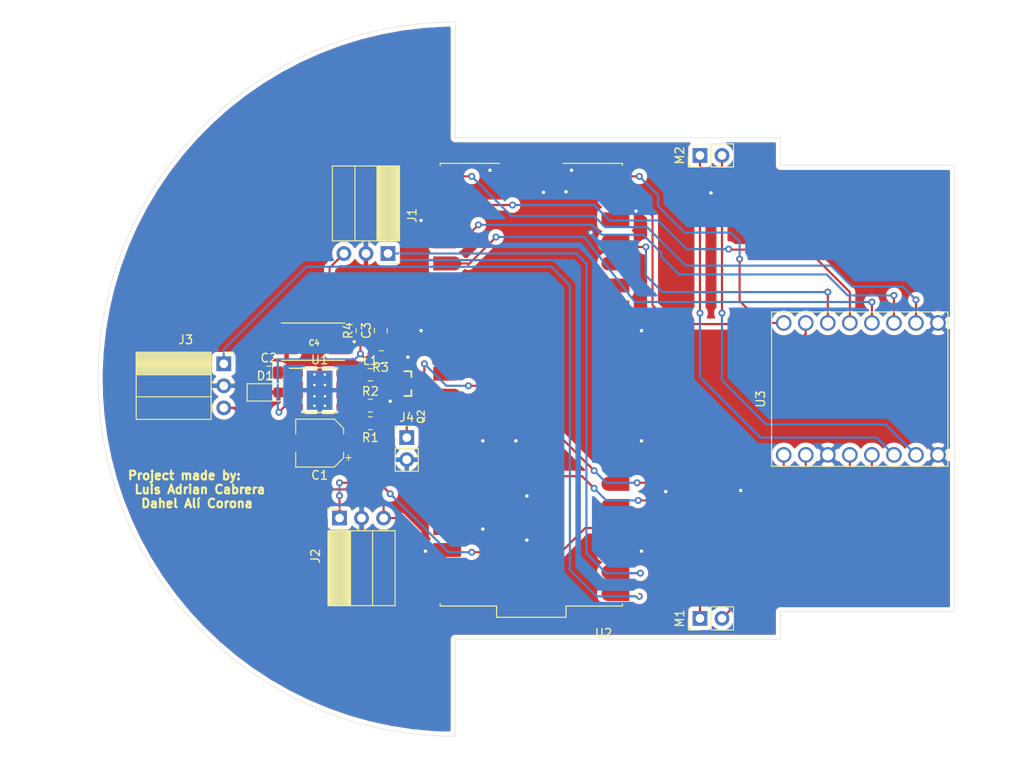
<source format=kicad_pcb>
(kicad_pcb (version 20171130) (host pcbnew "(5.1.12)-1")
  (layers (0 F.Cu signal) (31 B.Cu signal) (34 B.Paste user) (35 F.Paste user) (36 B.SilkS user) (37 F.SilkS user) (38 B.Mask user) (39 F.Mask user) (44 Edge.Cuts user))
  (net 0 "")
  (net 1 "Net-(C1-Pad1)")
  (net 2 GND)
  (net 3 "Net-(C2-Pad1)")
  (net 4 "Net-(C2-Pad2)")
  (net 5 +5V)
  (net 6 "Net-(J1-Pad1)")
  (net 7 "Net-(J2-Pad1)")
  (net 8 "Net-(J3-Pad1)")
  (net 9 "Net-(L1-Pad1)")
  (net 10 VCC)
  (net 11 "Net-(R1-Pad2)")
  (net 12 "Net-(U1-Pad2)")
  (net 13 "Net-(U1-Pad3)")
  (net 14 FB)
  (net 15 "Net-(U2-Pad40)")
  (net 16 "Net-(U2-PadD1)")
  (net 17 "Net-(U2-Pad5)")
  (net 18 "Net-(U2-Pad6)")
  (net 19 "Net-(U2-Pad7)")
  (net 20 "Net-(U2-Pad9)")
  (net 21 "Net-(U2-Pad10)")
  (net 22 "Net-(U2-Pad11)")
  (net 23 "Net-(U2-Pad12)")
  (net 24 "Net-(U2-Pad14)")
  (net 25 "Net-(U2-Pad15)")
  (net 26 "Net-(U2-Pad16)")
  (net 27 "Net-(U2-Pad17)")
  (net 28 "Net-(U2-Pad19)")
  (net 29 "Net-(U2-Pad20)")
  (net 30 "Net-(U2-Pad36)")
  (net 31 "Net-(U2-Pad35)")
  (net 32 "Net-(U2-Pad34)")
  (net 33 "Net-(U2-Pad32)")
  (net 34 "Net-(U2-Pad31)")
  (net 35 "Net-(U2-Pad30)")
  (net 36 "Net-(U2-Pad29)")
  (net 37 "Net-(U2-Pad27)")
  (net 38 "Net-(U2-Pad26)")
  (net 39 "Net-(U2-Pad25)")
  (net 40 "Net-(U2-Pad24)")
  (net 41 "Net-(U2-Pad22)")
  (net 42 "Net-(U2-Pad21)")
  (net 43 "Net-(U2-Pad33)")
  (net 44 "Net-(U2-PadD3)")
  (net 45 "Net-(U2-PadTP3)")
  (net 46 "Net-(U2-PadTP2)")
  (net 47 "Net-(U2-PadTP1)")
  (net 48 "Net-(U2-PadTP4)")
  (net 49 "Net-(U2-PadTP5)")
  (net 50 "Net-(U2-PadTP6)")
  (net 51 "Net-(U2-PadA)")
  (net 52 "Net-(M1-Pad1)")
  (net 53 "Net-(M1-Pad2)")
  (net 54 "Net-(M2-Pad2)")
  (net 55 "Net-(M2-Pad1)")
  (net 56 "Net-(U2-Pad37)")
  (module Resistor_SMD:R_0805_2012Metric_Pad1.20x1.40mm_HandSolder (layer F.Cu) (at 133.096 102.108 180)
    (fp_text reference R3 (at 0.102579 -1.175401) (layer F.SilkS))
    (fp_text value 10K)
    (pad 1 smd roundrect (at -1 0 180) (size 1.2 1.4) (layers F.Cu F.Paste F.Mask) (roundrect_rratio 0.208333) (net 5 +5V))
    (pad 2 smd roundrect (at 1 0 180) (size 1.2 1.4) (layers F.Cu F.Paste F.Mask) (roundrect_rratio 0.208333) (net 14 FB))
  )
  (module Capacitor_SMD:CP_Elec_5x5.9 (layer F.Cu) (at 125.984 112.014 180)
    (fp_text reference C1 (at 0 -3.7) (layer F.SilkS))
    (fp_text value 10uF)
    (pad 1 smd roundrect (at -2.2 0 180) (size 3 1.6) (layers F.Cu F.Paste F.Mask) (roundrect_rratio 0.15625) (net 1 "Net-(C1-Pad1)"))
    (pad 2 smd roundrect (at 2.2 0 180) (size 3 1.6) (layers F.Cu F.Paste F.Mask) (roundrect_rratio 0.15625) (net 2 GND))
  )
  (module Footprint_fuente:CAP_10TPB220M (layer F.Cu) (at 125.222 100.33 180)
    (fp_text reference C4 (at -0.127 -0.127) (layer F.SilkS) (effects (font (size 0.64 0.64))))
    (fp_text value 220uF)
    (pad 1 smd rect (at -3.05 0 180) (size 2.4 2.9) (layers F.Cu F.Paste F.Mask) (net 5 +5V))
    (pad 2 smd rect (at 3.05 0 180) (size 2.4 2.9) (layers F.Cu F.Paste F.Mask) (net 2 GND))
  )
  (module Diode_SMD:D_SOD-123F (layer F.Cu) (at 119.8245 106.172)
    (fp_text reference D1 (at -0.127 -1.905) (layer F.SilkS))
    (fp_text value 85819W)
    (pad 1 smd rect (at -1.4 0) (size 1.1 1.1) (layers F.Cu F.Paste F.Mask) (net 3 "Net-(C2-Pad1)"))
    (pad 2 smd rect (at 1.4 0) (size 1.1 1.1) (layers F.Cu F.Paste F.Mask) (net 2 GND))
  )
  (module Connector_PinSocket_2.54mm:PinSocket_1x03_P2.54mm_Horizontal (layer F.Cu) (at 133.858 90.17 270)
    (fp_text reference J1 (at -4.38 -2.77 90) (layer F.SilkS))
    (fp_text value Conn_01x03_Female)
    (pad 3 thru_hole oval (at 0 5.08 270) (size 1.7 1.7) (drill 1) (layers *.Cu *.Mask) (net 5 +5V))
    (pad 2 thru_hole oval (at 0 2.54 270) (size 1.7 1.7) (drill 1) (layers *.Cu *.Mask) (net 2 GND))
    (pad 1 thru_hole rect (at 0 0 270) (size 1.7 1.7) (drill 1) (layers *.Cu *.Mask) (net 6 "Net-(J1-Pad1)"))
  )
  (module Connector_PinSocket_2.54mm:PinSocket_1x03_P2.54mm_Horizontal (layer F.Cu) (at 128.27 120.65 90)
    (fp_text reference J2 (at -4.38 -2.77 90) (layer F.SilkS))
    (fp_text value Conn_01x03_Female)
    (pad 1 thru_hole rect (at 0 0 90) (size 1.7 1.7) (drill 1) (layers *.Cu *.Mask) (net 7 "Net-(J2-Pad1)"))
    (pad 2 thru_hole oval (at 0 2.54 90) (size 1.7 1.7) (drill 1) (layers *.Cu *.Mask) (net 2 GND))
    (pad 3 thru_hole oval (at 0 5.08 90) (size 1.7 1.7) (drill 1) (layers *.Cu *.Mask) (net 5 +5V))
  )
  (module Connector_PinSocket_2.54mm:PinSocket_1x03_P2.54mm_Horizontal (layer F.Cu) (at 114.935 102.87)
    (fp_text reference J3 (at -4.38 -2.77) (layer F.SilkS))
    (fp_text value Conn_01x03_Female)
    (pad 1 thru_hole rect (at 0 0) (size 1.7 1.7) (drill 1) (layers *.Cu *.Mask) (net 8 "Net-(J3-Pad1)"))
    (pad 2 thru_hole oval (at 0 2.54) (size 1.7 1.7) (drill 1) (layers *.Cu *.Mask) (net 2 GND))
    (pad 3 thru_hole oval (at 0 5.08) (size 1.7 1.7) (drill 1) (layers *.Cu *.Mask) (net 5 +5V))
  )
  (module Inductor_SMD:L_0805_2012Metric_Pad1.15x1.40mm_HandSolder (layer F.Cu) (at 131.826 104.14)
    (fp_text reference L1 (at 0 -1.65) (layer F.SilkS))
    (fp_text value 47uF)
    (pad 1 smd roundrect (at -1.025 0) (size 1.15 1.4) (layers F.Cu F.Paste F.Mask) (roundrect_rratio 0.217391) (net 9 "Net-(L1-Pad1)"))
    (pad 2 smd roundrect (at 1.025 0) (size 1.15 1.4) (layers F.Cu F.Paste F.Mask) (roundrect_rratio 0.217391) (net 5 +5V))
  )
  (module Resistor_SMD:R_0805_2012Metric_Pad1.20x1.40mm_HandSolder (layer F.Cu) (at 131.826 109.728 180)
    (fp_text reference R1 (at 0 -1.65) (layer F.SilkS))
    (fp_text value 100k)
    (pad 2 smd roundrect (at 1 0 180) (size 1.2 1.4) (layers F.Cu F.Paste F.Mask) (roundrect_rratio 0.208333) (net 11 "Net-(R1-Pad2)"))
    (pad 1 smd roundrect (at -1 0 180) (size 1.2 1.4) (layers F.Cu F.Paste F.Mask) (roundrect_rratio 0.208333) (net 1 "Net-(C1-Pad1)"))
  )
  (module Resistor_SMD:R_0805_2012Metric_Pad1.20x1.40mm_HandSolder (layer F.Cu) (at 131.826 107.696)
    (fp_text reference R2 (at 0 -1.65) (layer F.SilkS))
    (fp_text value 100k)
    (pad 1 smd roundrect (at -1 0) (size 1.2 1.4) (layers F.Cu F.Paste F.Mask) (roundrect_rratio 0.208333) (net 11 "Net-(R1-Pad2)"))
    (pad 2 smd roundrect (at 1 0) (size 1.2 1.4) (layers F.Cu F.Paste F.Mask) (roundrect_rratio 0.208333) (net 2 GND))
  )
  (module Resistor_SMD:R_0805_2012Metric_Pad1.20x1.40mm_HandSolder (layer F.Cu) (at 130.9243 99.0473 90)
    (fp_text reference R4 (at 0 -1.65 90) (layer F.SilkS))
    (fp_text value 3.3K)
    (pad 2 smd roundrect (at 1 0 90) (size 1.2 1.4) (layers F.Cu F.Paste F.Mask) (roundrect_rratio 0.208333) (net 2 GND))
    (pad 1 smd roundrect (at -1 0 90) (size 1.2 1.4) (layers F.Cu F.Paste F.Mask) (roundrect_rratio 0.208333) (net 14 FB))
  )
  (module Package_SO:TI_SO-PowerPAD-8_ThermalVias (layer F.Cu) (at 125.984 105.918)
    (fp_text reference U1 (at 0 -3.5) (layer F.SilkS))
    (fp_text value TPS5430DDA)
    (pad 9 smd rect (at 0 0) (size 2.6 3.1) (layers F.Cu F.Paste F.Mask) (net 2 GND))
    (pad 9 smd rect (at 0 0) (size 2.95 4.5) (layers F.Cu) (net 2 GND))
    (pad 1 smd rect (at -2.7 -1.905) (size 1.55 0.6) (layers F.Cu F.Paste F.Mask) (net 4 "Net-(C2-Pad2)"))
    (pad 2 smd rect (at -2.7 -0.635) (size 1.55 0.6) (layers F.Cu F.Paste F.Mask) (net 12 "Net-(U1-Pad2)"))
    (pad 3 smd rect (at -2.7 0.635) (size 1.55 0.6) (layers F.Cu F.Paste F.Mask) (net 13 "Net-(U1-Pad3)"))
    (pad 4 smd rect (at -2.7 1.905) (size 1.55 0.6) (layers F.Cu F.Paste F.Mask) (net 14 FB))
    (pad 5 smd rect (at 2.7 1.905) (size 1.55 0.6) (layers F.Cu F.Paste F.Mask) (net 11 "Net-(R1-Pad2)"))
    (pad 6 smd rect (at 2.7 0.635) (size 1.55 0.6) (layers F.Cu F.Paste F.Mask) (net 2 GND))
    (pad 7 smd rect (at 2.7 -0.635) (size 1.55 0.6) (layers F.Cu F.Paste F.Mask) (net 1 "Net-(C1-Pad1)"))
    (pad 8 smd rect (at 2.7 -1.905) (size 1.55 0.6) (layers F.Cu F.Paste F.Mask) (net 9 "Net-(L1-Pad1)"))
    (pad 9 smd rect (at 0 0) (size 2.95 4.5) (layers B.Cu) (net 2 GND))
    (pad 9 thru_hole circle (at -0.6 -1.8) (size 0.6 0.6) (drill 0.3) (layers *.Cu) (net 2 GND))
    (pad 9 thru_hole circle (at -0.6 -0.6) (size 0.6 0.6) (drill 0.3) (layers *.Cu) (net 2 GND))
    (pad 9 thru_hole circle (at 0.6 -0.6) (size 0.6 0.6) (drill 0.3) (layers *.Cu) (net 2 GND))
    (pad 9 thru_hole circle (at 0.6 -1.8) (size 0.6 0.6) (drill 0.3) (layers *.Cu) (net 2 GND))
    (pad 9 thru_hole circle (at -0.6 1.8) (size 0.6 0.6) (drill 0.3) (layers *.Cu) (net 2 GND))
    (pad 9 thru_hole circle (at -0.6 0.7) (size 0.6 0.6) (drill 0.3) (layers *.Cu) (net 2 GND))
    (pad 9 thru_hole circle (at 0.6 0.7) (size 0.6 0.6) (drill 0.3) (layers *.Cu) (net 2 GND))
    (pad 9 thru_hole circle (at 0.6 1.8) (size 0.6 0.6) (drill 0.3) (layers *.Cu) (net 2 GND))
  )
  (module Footprint_laberinto_V1:MODULE_SC0915 (layer F.Cu) (at 150.368 105.283 180)
    (fp_text reference U2 (at -8.325 -28.635) (layer F.SilkS))
    (fp_text value SC0915)
    (pad D smd oval (at 2.425 -20.97 180) (size 1.05 1.45) (layers F.Cu F.Paste F.Mask) (net 51 "Net-(U2-PadA)"))
    (pad C smd oval (at -2.425 -20.97 180) (size 1.05 1.45) (layers F.Cu F.Paste F.Mask) (net 51 "Net-(U2-PadA)"))
    (pad B smd oval (at 2.725 -24 180) (size 1.1 1.8) (layers F.Cu F.Paste F.Mask) (net 51 "Net-(U2-PadA)"))
    (pad A smd oval (at -2.725 -24 180) (size 1.1 1.8) (layers F.Cu F.Paste F.Mask) (net 51 "Net-(U2-PadA)"))
    (pad TP6 smd roundrect (at -2.5 -12.5 180) (size 1.5 1.5) (layers F.Cu F.Paste F.Mask) (roundrect_rratio 0.3) (net 50 "Net-(U2-PadTP6)"))
    (pad TP5 smd roundrect (at -2.5 -15 180) (size 1.5 1.5) (layers F.Cu F.Paste F.Mask) (roundrect_rratio 0.3) (net 49 "Net-(U2-PadTP5)"))
    (pad TP4 smd roundrect (at -2.5 -17.5 180) (size 1.5 1.5) (layers F.Cu F.Paste F.Mask) (roundrect_rratio 0.3) (net 48 "Net-(U2-PadTP4)"))
    (pad TP1 smd roundrect (at 0 -21 180) (size 1.5 1.5) (layers F.Cu F.Paste F.Mask) (roundrect_rratio 0.3) (net 47 "Net-(U2-PadTP1)"))
    (pad TP2 smd roundrect (at 1 -24.3 180) (size 1.5 1.5) (layers F.Cu F.Paste F.Mask) (roundrect_rratio 0.3) (net 46 "Net-(U2-PadTP2)"))
    (pad TP3 smd roundrect (at -1 -24.3 180) (size 1.5 1.5) (layers F.Cu F.Paste F.Mask) (roundrect_rratio 0.3) (net 45 "Net-(U2-PadTP3)"))
    (pad D3 smd custom (at 2.54 24.7 180) (size 1 1) (layers F.Cu) (net 44 "Net-(U2-PadD3)") (options (clearance outline) (anchor rect)) (primitives (gr_poly (pts (xy -0.8 1.6) (xy -0.8 -0.8) (xy -0.799 -0.842) (xy -0.796 -0.884) (xy -0.79 -0.925) (xy -0.783 -0.966) (xy -0.773 -1.007) (xy -0.761 -1.047) (xy -0.747 -1.087) (xy -0.731 -1.125) (xy -0.713 -1.163) (xy -0.693 -1.2) (xy -0.671 -1.236) (xy -0.647 -1.27) (xy -0.622 -1.303) (xy -0.595 -1.335) (xy -0.566 -1.366) (xy -0.535 -1.395) (xy -0.503 -1.422) (xy -0.47 -1.447) (xy -0.436 -1.471) (xy -0.4 -1.493) (xy -0.363 -1.513) (xy -0.325 -1.531) (xy -0.287 -1.547) (xy -0.247 -1.561) (xy -0.207 -1.573) (xy -0.166 -1.583) (xy -0.125 -1.59) (xy -0.084 -1.596) (xy -0.042 -1.599) (xy 0 -1.6) (xy 0.042 -1.599) (xy 0.084 -1.596) (xy 0.125 -1.59) (xy 0.166 -1.583) (xy 0.207 -1.573) (xy 0.247 -1.561) (xy 0.287 -1.547) (xy 0.325 -1.531) (xy 0.363 -1.513) (xy 0.4 -1.493) (xy 0.436 -1.471) (xy 0.47 -1.447) (xy 0.503 -1.422) (xy 0.535 -1.395) (xy 0.566 -1.366) (xy 0.595 -1.335) (xy 0.622 -1.303) (xy 0.647 -1.27) (xy 0.671 -1.236) (xy 0.693 -1.2) (xy 0.713 -1.163) (xy 0.731 -1.125) (xy 0.747 -1.087) (xy 0.761 -1.047) (xy 0.773 -1.007) (xy 0.783 -0.966) (xy 0.79 -0.925) (xy 0.796 -0.884) (xy 0.799 -0.842) (xy 0.8 -0.8) (xy 0.8 1.6) (xy -0.8 1.6)) (width 0.01))))
    (pad 23 smd custom (at 9.69 19.05 180) (size 1 1) (layers F.Cu) (net 2 GND) (options (clearance outline) (anchor rect)) (primitives (gr_poly (pts (xy 1.6 0.8) (xy 1.6 -0.8) (xy -1.4 -0.8) (xy -1.41 -0.8) (xy -1.421 -0.799) (xy -1.431 -0.798) (xy -1.442 -0.796) (xy -1.452 -0.793) (xy -1.462 -0.79) (xy -1.472 -0.787) (xy -1.481 -0.783) (xy -1.491 -0.778) (xy -1.5 -0.773) (xy -1.509 -0.768) (xy -1.518 -0.762) (xy -1.526 -0.755) (xy -1.534 -0.749) (xy -1.541 -0.741) (xy -1.549 -0.734) (xy -1.555 -0.726) (xy -1.562 -0.718) (xy -1.568 -0.709) (xy -1.573 -0.7) (xy -1.578 -0.691) (xy -1.583 -0.681) (xy -1.587 -0.672) (xy -1.59 -0.662) (xy -1.593 -0.652) (xy -1.596 -0.642) (xy -1.598 -0.631) (xy -1.599 -0.621) (xy -1.6 -0.61) (xy -1.6 -0.6) (xy -1.6 0.6) (xy -1.6 0.61) (xy -1.599 0.621) (xy -1.598 0.631) (xy -1.596 0.642) (xy -1.593 0.652) (xy -1.59 0.662) (xy -1.587 0.672) (xy -1.583 0.681) (xy -1.578 0.691) (xy -1.573 0.7) (xy -1.568 0.709) (xy -1.562 0.718) (xy -1.555 0.726) (xy -1.549 0.734) (xy -1.541 0.741) (xy -1.534 0.749) (xy -1.526 0.755) (xy -1.518 0.762) (xy -1.509 0.768) (xy -1.5 0.773) (xy -1.491 0.778) (xy -1.481 0.783) (xy -1.472 0.787) (xy -1.462 0.79) (xy -1.452 0.793) (xy -1.442 0.796) (xy -1.431 0.798) (xy -1.421 0.799) (xy -1.41 0.8) (xy -1.4 0.8) (xy 1.6 0.8)) (width 0.01))))
    (pad 28 smd custom (at 9.69 6.35 180) (size 1 1) (layers F.Cu) (net 2 GND) (options (clearance outline) (anchor rect)) (primitives (gr_poly (pts (xy 1.6 0.8) (xy 1.6 -0.8) (xy -1.4 -0.8) (xy -1.41 -0.8) (xy -1.421 -0.799) (xy -1.431 -0.798) (xy -1.442 -0.796) (xy -1.452 -0.793) (xy -1.462 -0.79) (xy -1.472 -0.787) (xy -1.481 -0.783) (xy -1.491 -0.778) (xy -1.5 -0.773) (xy -1.509 -0.768) (xy -1.518 -0.762) (xy -1.526 -0.755) (xy -1.534 -0.749) (xy -1.541 -0.741) (xy -1.549 -0.734) (xy -1.555 -0.726) (xy -1.562 -0.718) (xy -1.568 -0.709) (xy -1.573 -0.7) (xy -1.578 -0.691) (xy -1.583 -0.681) (xy -1.587 -0.672) (xy -1.59 -0.662) (xy -1.593 -0.652) (xy -1.596 -0.642) (xy -1.598 -0.631) (xy -1.599 -0.621) (xy -1.6 -0.61) (xy -1.6 -0.6) (xy -1.6 0.6) (xy -1.6 0.61) (xy -1.599 0.621) (xy -1.598 0.631) (xy -1.596 0.642) (xy -1.593 0.652) (xy -1.59 0.662) (xy -1.587 0.672) (xy -1.583 0.681) (xy -1.578 0.691) (xy -1.573 0.7) (xy -1.568 0.709) (xy -1.562 0.718) (xy -1.555 0.726) (xy -1.549 0.734) (xy -1.541 0.741) (xy -1.534 0.749) (xy -1.526 0.755) (xy -1.518 0.762) (xy -1.509 0.768) (xy -1.5 0.773) (xy -1.491 0.778) (xy -1.481 0.783) (xy -1.472 0.787) (xy -1.462 0.79) (xy -1.452 0.793) (xy -1.442 0.796) (xy -1.431 0.798) (xy -1.421 0.799) (xy -1.41 0.8) (xy -1.4 0.8) (xy 1.6 0.8)) (width 0.01))))
    (pad 33 smd custom (at 9.69 -6.35 180) (size 1 1) (layers F.Cu) (net 43 "Net-(U2-Pad33)") (options (clearance outline) (anchor rect)) (primitives (gr_poly (pts (xy 1.6 0.8) (xy 1.6 -0.8) (xy -1.4 -0.8) (xy -1.41 -0.8) (xy -1.421 -0.799) (xy -1.431 -0.798) (xy -1.442 -0.796) (xy -1.452 -0.793) (xy -1.462 -0.79) (xy -1.472 -0.787) (xy -1.481 -0.783) (xy -1.491 -0.778) (xy -1.5 -0.773) (xy -1.509 -0.768) (xy -1.518 -0.762) (xy -1.526 -0.755) (xy -1.534 -0.749) (xy -1.541 -0.741) (xy -1.549 -0.734) (xy -1.555 -0.726) (xy -1.562 -0.718) (xy -1.568 -0.709) (xy -1.573 -0.7) (xy -1.578 -0.691) (xy -1.583 -0.681) (xy -1.587 -0.672) (xy -1.59 -0.662) (xy -1.593 -0.652) (xy -1.596 -0.642) (xy -1.598 -0.631) (xy -1.599 -0.621) (xy -1.6 -0.61) (xy -1.6 -0.6) (xy -1.6 0.6) (xy -1.6 0.61) (xy -1.599 0.621) (xy -1.598 0.631) (xy -1.596 0.642) (xy -1.593 0.652) (xy -1.59 0.662) (xy -1.587 0.672) (xy -1.583 0.681) (xy -1.578 0.691) (xy -1.573 0.7) (xy -1.568 0.709) (xy -1.562 0.718) (xy -1.555 0.726) (xy -1.549 0.734) (xy -1.541 0.741) (xy -1.534 0.749) (xy -1.526 0.755) (xy -1.518 0.762) (xy -1.509 0.768) (xy -1.5 0.773) (xy -1.491 0.778) (xy -1.481 0.783) (xy -1.472 0.787) (xy -1.462 0.79) (xy -1.452 0.793) (xy -1.442 0.796) (xy -1.431 0.798) (xy -1.421 0.799) (xy -1.41 0.8) (xy -1.4 0.8) (xy 1.6 0.8)) (width 0.01))))
    (pad 21 smd custom (at 9.69 24.13 180) (size 1 1) (layers F.Cu) (net 42 "Net-(U2-Pad21)") (options (clearance outline) (anchor rect)) (primitives (gr_poly (pts (xy 1.6 0.8) (xy 1.6 -0.8) (xy -0.8 -0.8) (xy -0.842 -0.799) (xy -0.884 -0.796) (xy -0.925 -0.79) (xy -0.966 -0.783) (xy -1.007 -0.773) (xy -1.047 -0.761) (xy -1.087 -0.747) (xy -1.125 -0.731) (xy -1.163 -0.713) (xy -1.2 -0.693) (xy -1.236 -0.671) (xy -1.27 -0.647) (xy -1.303 -0.622) (xy -1.335 -0.595) (xy -1.366 -0.566) (xy -1.395 -0.535) (xy -1.422 -0.503) (xy -1.447 -0.47) (xy -1.471 -0.436) (xy -1.493 -0.4) (xy -1.513 -0.363) (xy -1.531 -0.325) (xy -1.547 -0.287) (xy -1.561 -0.247) (xy -1.573 -0.207) (xy -1.583 -0.166) (xy -1.59 -0.125) (xy -1.596 -0.084) (xy -1.599 -0.042) (xy -1.6 0) (xy -1.599 0.042) (xy -1.596 0.084) (xy -1.59 0.125) (xy -1.583 0.166) (xy -1.573 0.207) (xy -1.561 0.247) (xy -1.547 0.287) (xy -1.531 0.325) (xy -1.513 0.363) (xy -1.493 0.4) (xy -1.471 0.436) (xy -1.447 0.47) (xy -1.422 0.503) (xy -1.395 0.535) (xy -1.366 0.566) (xy -1.335 0.595) (xy -1.303 0.622) (xy -1.27 0.647) (xy -1.236 0.671) (xy -1.2 0.693) (xy -1.163 0.713) (xy -1.125 0.731) (xy -1.087 0.747) (xy -1.047 0.761) (xy -1.007 0.773) (xy -0.966 0.783) (xy -0.925 0.79) (xy -0.884 0.796) (xy -0.842 0.799) (xy -0.8 0.8) (xy 1.6 0.8)) (width 0.01))))
    (pad 22 smd custom (at 9.69 21.59 180) (size 1 1) (layers F.Cu) (net 41 "Net-(U2-Pad22)") (options (clearance outline) (anchor rect)) (primitives (gr_poly (pts (xy 1.6 0.8) (xy 1.6 -0.8) (xy -0.8 -0.8) (xy -0.842 -0.799) (xy -0.884 -0.796) (xy -0.925 -0.79) (xy -0.966 -0.783) (xy -1.007 -0.773) (xy -1.047 -0.761) (xy -1.087 -0.747) (xy -1.125 -0.731) (xy -1.163 -0.713) (xy -1.2 -0.693) (xy -1.236 -0.671) (xy -1.27 -0.647) (xy -1.303 -0.622) (xy -1.335 -0.595) (xy -1.366 -0.566) (xy -1.395 -0.535) (xy -1.422 -0.503) (xy -1.447 -0.47) (xy -1.471 -0.436) (xy -1.493 -0.4) (xy -1.513 -0.363) (xy -1.531 -0.325) (xy -1.547 -0.287) (xy -1.561 -0.247) (xy -1.573 -0.207) (xy -1.583 -0.166) (xy -1.59 -0.125) (xy -1.596 -0.084) (xy -1.599 -0.042) (xy -1.6 0) (xy -1.599 0.042) (xy -1.596 0.084) (xy -1.59 0.125) (xy -1.583 0.166) (xy -1.573 0.207) (xy -1.561 0.247) (xy -1.547 0.287) (xy -1.531 0.325) (xy -1.513 0.363) (xy -1.493 0.4) (xy -1.471 0.436) (xy -1.447 0.47) (xy -1.422 0.503) (xy -1.395 0.535) (xy -1.366 0.566) (xy -1.335 0.595) (xy -1.303 0.622) (xy -1.27 0.647) (xy -1.236 0.671) (xy -1.2 0.693) (xy -1.163 0.713) (xy -1.125 0.731) (xy -1.087 0.747) (xy -1.047 0.761) (xy -1.007 0.773) (xy -0.966 0.783) (xy -0.925 0.79) (xy -0.884 0.796) (xy -0.842 0.799) (xy -0.8 0.8) (xy 1.6 0.8)) (width 0.01))))
    (pad 24 smd custom (at 9.69 16.51 180) (size 1 1) (layers F.Cu) (net 40 "Net-(U2-Pad24)") (options (clearance outline) (anchor rect)) (primitives (gr_poly (pts (xy 1.6 0.8) (xy 1.6 -0.8) (xy -0.8 -0.8) (xy -0.842 -0.799) (xy -0.884 -0.796) (xy -0.925 -0.79) (xy -0.966 -0.783) (xy -1.007 -0.773) (xy -1.047 -0.761) (xy -1.087 -0.747) (xy -1.125 -0.731) (xy -1.163 -0.713) (xy -1.2 -0.693) (xy -1.236 -0.671) (xy -1.27 -0.647) (xy -1.303 -0.622) (xy -1.335 -0.595) (xy -1.366 -0.566) (xy -1.395 -0.535) (xy -1.422 -0.503) (xy -1.447 -0.47) (xy -1.471 -0.436) (xy -1.493 -0.4) (xy -1.513 -0.363) (xy -1.531 -0.325) (xy -1.547 -0.287) (xy -1.561 -0.247) (xy -1.573 -0.207) (xy -1.583 -0.166) (xy -1.59 -0.125) (xy -1.596 -0.084) (xy -1.599 -0.042) (xy -1.6 0) (xy -1.599 0.042) (xy -1.596 0.084) (xy -1.59 0.125) (xy -1.583 0.166) (xy -1.573 0.207) (xy -1.561 0.247) (xy -1.547 0.287) (xy -1.531 0.325) (xy -1.513 0.363) (xy -1.493 0.4) (xy -1.471 0.436) (xy -1.447 0.47) (xy -1.422 0.503) (xy -1.395 0.535) (xy -1.366 0.566) (xy -1.335 0.595) (xy -1.303 0.622) (xy -1.27 0.647) (xy -1.236 0.671) (xy -1.2 0.693) (xy -1.163 0.713) (xy -1.125 0.731) (xy -1.087 0.747) (xy -1.047 0.761) (xy -1.007 0.773) (xy -0.966 0.783) (xy -0.925 0.79) (xy -0.884 0.796) (xy -0.842 0.799) (xy -0.8 0.8) (xy 1.6 0.8)) (width 0.01))))
    (pad 25 smd custom (at 9.69 13.97 180) (size 1 1) (layers F.Cu) (net 39 "Net-(U2-Pad25)") (options (clearance outline) (anchor rect)) (primitives (gr_poly (pts (xy 1.6 0.8) (xy 1.6 -0.8) (xy -0.8 -0.8) (xy -0.842 -0.799) (xy -0.884 -0.796) (xy -0.925 -0.79) (xy -0.966 -0.783) (xy -1.007 -0.773) (xy -1.047 -0.761) (xy -1.087 -0.747) (xy -1.125 -0.731) (xy -1.163 -0.713) (xy -1.2 -0.693) (xy -1.236 -0.671) (xy -1.27 -0.647) (xy -1.303 -0.622) (xy -1.335 -0.595) (xy -1.366 -0.566) (xy -1.395 -0.535) (xy -1.422 -0.503) (xy -1.447 -0.47) (xy -1.471 -0.436) (xy -1.493 -0.4) (xy -1.513 -0.363) (xy -1.531 -0.325) (xy -1.547 -0.287) (xy -1.561 -0.247) (xy -1.573 -0.207) (xy -1.583 -0.166) (xy -1.59 -0.125) (xy -1.596 -0.084) (xy -1.599 -0.042) (xy -1.6 0) (xy -1.599 0.042) (xy -1.596 0.084) (xy -1.59 0.125) (xy -1.583 0.166) (xy -1.573 0.207) (xy -1.561 0.247) (xy -1.547 0.287) (xy -1.531 0.325) (xy -1.513 0.363) (xy -1.493 0.4) (xy -1.471 0.436) (xy -1.447 0.47) (xy -1.422 0.503) (xy -1.395 0.535) (xy -1.366 0.566) (xy -1.335 0.595) (xy -1.303 0.622) (xy -1.27 0.647) (xy -1.236 0.671) (xy -1.2 0.693) (xy -1.163 0.713) (xy -1.125 0.731) (xy -1.087 0.747) (xy -1.047 0.761) (xy -1.007 0.773) (xy -0.966 0.783) (xy -0.925 0.79) (xy -0.884 0.796) (xy -0.842 0.799) (xy -0.8 0.8) (xy 1.6 0.8)) (width 0.01))))
    (pad 26 smd custom (at 9.69 11.43 180) (size 1 1) (layers F.Cu) (net 38 "Net-(U2-Pad26)") (options (clearance outline) (anchor rect)) (primitives (gr_poly (pts (xy 1.6 0.8) (xy 1.6 -0.8) (xy -0.8 -0.8) (xy -0.842 -0.799) (xy -0.884 -0.796) (xy -0.925 -0.79) (xy -0.966 -0.783) (xy -1.007 -0.773) (xy -1.047 -0.761) (xy -1.087 -0.747) (xy -1.125 -0.731) (xy -1.163 -0.713) (xy -1.2 -0.693) (xy -1.236 -0.671) (xy -1.27 -0.647) (xy -1.303 -0.622) (xy -1.335 -0.595) (xy -1.366 -0.566) (xy -1.395 -0.535) (xy -1.422 -0.503) (xy -1.447 -0.47) (xy -1.471 -0.436) (xy -1.493 -0.4) (xy -1.513 -0.363) (xy -1.531 -0.325) (xy -1.547 -0.287) (xy -1.561 -0.247) (xy -1.573 -0.207) (xy -1.583 -0.166) (xy -1.59 -0.125) (xy -1.596 -0.084) (xy -1.599 -0.042) (xy -1.6 0) (xy -1.599 0.042) (xy -1.596 0.084) (xy -1.59 0.125) (xy -1.583 0.166) (xy -1.573 0.207) (xy -1.561 0.247) (xy -1.547 0.287) (xy -1.531 0.325) (xy -1.513 0.363) (xy -1.493 0.4) (xy -1.471 0.436) (xy -1.447 0.47) (xy -1.422 0.503) (xy -1.395 0.535) (xy -1.366 0.566) (xy -1.335 0.595) (xy -1.303 0.622) (xy -1.27 0.647) (xy -1.236 0.671) (xy -1.2 0.693) (xy -1.163 0.713) (xy -1.125 0.731) (xy -1.087 0.747) (xy -1.047 0.761) (xy -1.007 0.773) (xy -0.966 0.783) (xy -0.925 0.79) (xy -0.884 0.796) (xy -0.842 0.799) (xy -0.8 0.8) (xy 1.6 0.8)) (width 0.01))))
    (pad 27 smd custom (at 9.69 8.89 180) (size 1 1) (layers F.Cu) (net 37 "Net-(U2-Pad27)") (options (clearance outline) (anchor rect)) (primitives (gr_poly (pts (xy 1.6 0.8) (xy 1.6 -0.8) (xy -0.8 -0.8) (xy -0.842 -0.799) (xy -0.884 -0.796) (xy -0.925 -0.79) (xy -0.966 -0.783) (xy -1.007 -0.773) (xy -1.047 -0.761) (xy -1.087 -0.747) (xy -1.125 -0.731) (xy -1.163 -0.713) (xy -1.2 -0.693) (xy -1.236 -0.671) (xy -1.27 -0.647) (xy -1.303 -0.622) (xy -1.335 -0.595) (xy -1.366 -0.566) (xy -1.395 -0.535) (xy -1.422 -0.503) (xy -1.447 -0.47) (xy -1.471 -0.436) (xy -1.493 -0.4) (xy -1.513 -0.363) (xy -1.531 -0.325) (xy -1.547 -0.287) (xy -1.561 -0.247) (xy -1.573 -0.207) (xy -1.583 -0.166) (xy -1.59 -0.125) (xy -1.596 -0.084) (xy -1.599 -0.042) (xy -1.6 0) (xy -1.599 0.042) (xy -1.596 0.084) (xy -1.59 0.125) (xy -1.583 0.166) (xy -1.573 0.207) (xy -1.561 0.247) (xy -1.547 0.287) (xy -1.531 0.325) (xy -1.513 0.363) (xy -1.493 0.4) (xy -1.471 0.436) (xy -1.447 0.47) (xy -1.422 0.503) (xy -1.395 0.535) (xy -1.366 0.566) (xy -1.335 0.595) (xy -1.303 0.622) (xy -1.27 0.647) (xy -1.236 0.671) (xy -1.2 0.693) (xy -1.163 0.713) (xy -1.125 0.731) (xy -1.087 0.747) (xy -1.047 0.761) (xy -1.007 0.773) (xy -0.966 0.783) (xy -0.925 0.79) (xy -0.884 0.796) (xy -0.842 0.799) (xy -0.8 0.8) (xy 1.6 0.8)) (width 0.01))))
    (pad 29 smd custom (at 9.69 3.81 180) (size 1 1) (layers F.Cu) (net 36 "Net-(U2-Pad29)") (options (clearance outline) (anchor rect)) (primitives (gr_poly (pts (xy 1.6 0.8) (xy 1.6 -0.8) (xy -0.8 -0.8) (xy -0.842 -0.799) (xy -0.884 -0.796) (xy -0.925 -0.79) (xy -0.966 -0.783) (xy -1.007 -0.773) (xy -1.047 -0.761) (xy -1.087 -0.747) (xy -1.125 -0.731) (xy -1.163 -0.713) (xy -1.2 -0.693) (xy -1.236 -0.671) (xy -1.27 -0.647) (xy -1.303 -0.622) (xy -1.335 -0.595) (xy -1.366 -0.566) (xy -1.395 -0.535) (xy -1.422 -0.503) (xy -1.447 -0.47) (xy -1.471 -0.436) (xy -1.493 -0.4) (xy -1.513 -0.363) (xy -1.531 -0.325) (xy -1.547 -0.287) (xy -1.561 -0.247) (xy -1.573 -0.207) (xy -1.583 -0.166) (xy -1.59 -0.125) (xy -1.596 -0.084) (xy -1.599 -0.042) (xy -1.6 0) (xy -1.599 0.042) (xy -1.596 0.084) (xy -1.59 0.125) (xy -1.583 0.166) (xy -1.573 0.207) (xy -1.561 0.247) (xy -1.547 0.287) (xy -1.531 0.325) (xy -1.513 0.363) (xy -1.493 0.4) (xy -1.471 0.436) (xy -1.447 0.47) (xy -1.422 0.503) (xy -1.395 0.535) (xy -1.366 0.566) (xy -1.335 0.595) (xy -1.303 0.622) (xy -1.27 0.647) (xy -1.236 0.671) (xy -1.2 0.693) (xy -1.163 0.713) (xy -1.125 0.731) (xy -1.087 0.747) (xy -1.047 0.761) (xy -1.007 0.773) (xy -0.966 0.783) (xy -0.925 0.79) (xy -0.884 0.796) (xy -0.842 0.799) (xy -0.8 0.8) (xy 1.6 0.8)) (width 0.01))))
    (pad 30 smd custom (at 9.69 1.27 180) (size 1 1) (layers F.Cu) (net 35 "Net-(U2-Pad30)") (options (clearance outline) (anchor rect)) (primitives (gr_poly (pts (xy 1.6 0.8) (xy 1.6 -0.8) (xy -0.8 -0.8) (xy -0.842 -0.799) (xy -0.884 -0.796) (xy -0.925 -0.79) (xy -0.966 -0.783) (xy -1.007 -0.773) (xy -1.047 -0.761) (xy -1.087 -0.747) (xy -1.125 -0.731) (xy -1.163 -0.713) (xy -1.2 -0.693) (xy -1.236 -0.671) (xy -1.27 -0.647) (xy -1.303 -0.622) (xy -1.335 -0.595) (xy -1.366 -0.566) (xy -1.395 -0.535) (xy -1.422 -0.503) (xy -1.447 -0.47) (xy -1.471 -0.436) (xy -1.493 -0.4) (xy -1.513 -0.363) (xy -1.531 -0.325) (xy -1.547 -0.287) (xy -1.561 -0.247) (xy -1.573 -0.207) (xy -1.583 -0.166) (xy -1.59 -0.125) (xy -1.596 -0.084) (xy -1.599 -0.042) (xy -1.6 0) (xy -1.599 0.042) (xy -1.596 0.084) (xy -1.59 0.125) (xy -1.583 0.166) (xy -1.573 0.207) (xy -1.561 0.247) (xy -1.547 0.287) (xy -1.531 0.325) (xy -1.513 0.363) (xy -1.493 0.4) (xy -1.471 0.436) (xy -1.447 0.47) (xy -1.422 0.503) (xy -1.395 0.535) (xy -1.366 0.566) (xy -1.335 0.595) (xy -1.303 0.622) (xy -1.27 0.647) (xy -1.236 0.671) (xy -1.2 0.693) (xy -1.163 0.713) (xy -1.125 0.731) (xy -1.087 0.747) (xy -1.047 0.761) (xy -1.007 0.773) (xy -0.966 0.783) (xy -0.925 0.79) (xy -0.884 0.796) (xy -0.842 0.799) (xy -0.8 0.8) (xy 1.6 0.8)) (width 0.01))))
    (pad 31 smd custom (at 9.69 -1.27 180) (size 1 1) (layers F.Cu) (net 34 "Net-(U2-Pad31)") (options (clearance outline) (anchor rect)) (primitives (gr_poly (pts (xy 1.6 0.8) (xy 1.6 -0.8) (xy -0.8 -0.8) (xy -0.842 -0.799) (xy -0.884 -0.796) (xy -0.925 -0.79) (xy -0.966 -0.783) (xy -1.007 -0.773) (xy -1.047 -0.761) (xy -1.087 -0.747) (xy -1.125 -0.731) (xy -1.163 -0.713) (xy -1.2 -0.693) (xy -1.236 -0.671) (xy -1.27 -0.647) (xy -1.303 -0.622) (xy -1.335 -0.595) (xy -1.366 -0.566) (xy -1.395 -0.535) (xy -1.422 -0.503) (xy -1.447 -0.47) (xy -1.471 -0.436) (xy -1.493 -0.4) (xy -1.513 -0.363) (xy -1.531 -0.325) (xy -1.547 -0.287) (xy -1.561 -0.247) (xy -1.573 -0.207) (xy -1.583 -0.166) (xy -1.59 -0.125) (xy -1.596 -0.084) (xy -1.599 -0.042) (xy -1.6 0) (xy -1.599 0.042) (xy -1.596 0.084) (xy -1.59 0.125) (xy -1.583 0.166) (xy -1.573 0.207) (xy -1.561 0.247) (xy -1.547 0.287) (xy -1.531 0.325) (xy -1.513 0.363) (xy -1.493 0.4) (xy -1.471 0.436) (xy -1.447 0.47) (xy -1.422 0.503) (xy -1.395 0.535) (xy -1.366 0.566) (xy -1.335 0.595) (xy -1.303 0.622) (xy -1.27 0.647) (xy -1.236 0.671) (xy -1.2 0.693) (xy -1.163 0.713) (xy -1.125 0.731) (xy -1.087 0.747) (xy -1.047 0.761) (xy -1.007 0.773) (xy -0.966 0.783) (xy -0.925 0.79) (xy -0.884 0.796) (xy -0.842 0.799) (xy -0.8 0.8) (xy 1.6 0.8)) (width 0.01))))
    (pad 32 smd custom (at 9.69 -3.81 180) (size 1 1) (layers F.Cu) (net 33 "Net-(U2-Pad32)") (options (clearance outline) (anchor rect)) (primitives (gr_poly (pts (xy 1.6 0.8) (xy 1.6 -0.8) (xy -0.8 -0.8) (xy -0.842 -0.799) (xy -0.884 -0.796) (xy -0.925 -0.79) (xy -0.966 -0.783) (xy -1.007 -0.773) (xy -1.047 -0.761) (xy -1.087 -0.747) (xy -1.125 -0.731) (xy -1.163 -0.713) (xy -1.2 -0.693) (xy -1.236 -0.671) (xy -1.27 -0.647) (xy -1.303 -0.622) (xy -1.335 -0.595) (xy -1.366 -0.566) (xy -1.395 -0.535) (xy -1.422 -0.503) (xy -1.447 -0.47) (xy -1.471 -0.436) (xy -1.493 -0.4) (xy -1.513 -0.363) (xy -1.531 -0.325) (xy -1.547 -0.287) (xy -1.561 -0.247) (xy -1.573 -0.207) (xy -1.583 -0.166) (xy -1.59 -0.125) (xy -1.596 -0.084) (xy -1.599 -0.042) (xy -1.6 0) (xy -1.599 0.042) (xy -1.596 0.084) (xy -1.59 0.125) (xy -1.583 0.166) (xy -1.573 0.207) (xy -1.561 0.247) (xy -1.547 0.287) (xy -1.531 0.325) (xy -1.513 0.363) (xy -1.493 0.4) (xy -1.471 0.436) (xy -1.447 0.47) (xy -1.422 0.503) (xy -1.395 0.535) (xy -1.366 0.566) (xy -1.335 0.595) (xy -1.303 0.622) (xy -1.27 0.647) (xy -1.236 0.671) (xy -1.2 0.693) (xy -1.163 0.713) (xy -1.125 0.731) (xy -1.087 0.747) (xy -1.047 0.761) (xy -1.007 0.773) (xy -0.966 0.783) (xy -0.925 0.79) (xy -0.884 0.796) (xy -0.842 0.799) (xy -0.8 0.8) (xy 1.6 0.8)) (width 0.01))))
    (pad 34 smd custom (at 9.69 -8.89 180) (size 1 1) (layers F.Cu) (net 32 "Net-(U2-Pad34)") (options (clearance outline) (anchor rect)) (primitives (gr_poly (pts (xy 1.6 0.8) (xy 1.6 -0.8) (xy -0.8 -0.8) (xy -0.842 -0.799) (xy -0.884 -0.796) (xy -0.925 -0.79) (xy -0.966 -0.783) (xy -1.007 -0.773) (xy -1.047 -0.761) (xy -1.087 -0.747) (xy -1.125 -0.731) (xy -1.163 -0.713) (xy -1.2 -0.693) (xy -1.236 -0.671) (xy -1.27 -0.647) (xy -1.303 -0.622) (xy -1.335 -0.595) (xy -1.366 -0.566) (xy -1.395 -0.535) (xy -1.422 -0.503) (xy -1.447 -0.47) (xy -1.471 -0.436) (xy -1.493 -0.4) (xy -1.513 -0.363) (xy -1.531 -0.325) (xy -1.547 -0.287) (xy -1.561 -0.247) (xy -1.573 -0.207) (xy -1.583 -0.166) (xy -1.59 -0.125) (xy -1.596 -0.084) (xy -1.599 -0.042) (xy -1.6 0) (xy -1.599 0.042) (xy -1.596 0.084) (xy -1.59 0.125) (xy -1.583 0.166) (xy -1.573 0.207) (xy -1.561 0.247) (xy -1.547 0.287) (xy -1.531 0.325) (xy -1.513 0.363) (xy -1.493 0.4) (xy -1.471 0.436) (xy -1.447 0.47) (xy -1.422 0.503) (xy -1.395 0.535) (xy -1.366 0.566) (xy -1.335 0.595) (xy -1.303 0.622) (xy -1.27 0.647) (xy -1.236 0.671) (xy -1.2 0.693) (xy -1.163 0.713) (xy -1.125 0.731) (xy -1.087 0.747) (xy -1.047 0.761) (xy -1.007 0.773) (xy -0.966 0.783) (xy -0.925 0.79) (xy -0.884 0.796) (xy -0.842 0.799) (xy -0.8 0.8) (xy 1.6 0.8)) (width 0.01))))
    (pad 35 smd custom (at 9.69 -11.43 180) (size 1 1) (layers F.Cu) (net 31 "Net-(U2-Pad35)") (options (clearance outline) (anchor rect)) (primitives (gr_poly (pts (xy 1.6 0.8) (xy 1.6 -0.8) (xy -0.8 -0.8) (xy -0.842 -0.799) (xy -0.884 -0.796) (xy -0.925 -0.79) (xy -0.966 -0.783) (xy -1.007 -0.773) (xy -1.047 -0.761) (xy -1.087 -0.747) (xy -1.125 -0.731) (xy -1.163 -0.713) (xy -1.2 -0.693) (xy -1.236 -0.671) (xy -1.27 -0.647) (xy -1.303 -0.622) (xy -1.335 -0.595) (xy -1.366 -0.566) (xy -1.395 -0.535) (xy -1.422 -0.503) (xy -1.447 -0.47) (xy -1.471 -0.436) (xy -1.493 -0.4) (xy -1.513 -0.363) (xy -1.531 -0.325) (xy -1.547 -0.287) (xy -1.561 -0.247) (xy -1.573 -0.207) (xy -1.583 -0.166) (xy -1.59 -0.125) (xy -1.596 -0.084) (xy -1.599 -0.042) (xy -1.6 0) (xy -1.599 0.042) (xy -1.596 0.084) (xy -1.59 0.125) (xy -1.583 0.166) (xy -1.573 0.207) (xy -1.561 0.247) (xy -1.547 0.287) (xy -1.531 0.325) (xy -1.513 0.363) (xy -1.493 0.4) (xy -1.471 0.436) (xy -1.447 0.47) (xy -1.422 0.503) (xy -1.395 0.535) (xy -1.366 0.566) (xy -1.335 0.595) (xy -1.303 0.622) (xy -1.27 0.647) (xy -1.236 0.671) (xy -1.2 0.693) (xy -1.163 0.713) (xy -1.125 0.731) (xy -1.087 0.747) (xy -1.047 0.761) (xy -1.007 0.773) (xy -0.966 0.783) (xy -0.925 0.79) (xy -0.884 0.796) (xy -0.842 0.799) (xy -0.8 0.8) (xy 1.6 0.8)) (width 0.01))))
    (pad 36 smd custom (at 9.69 -13.97 180) (size 1 1) (layers F.Cu) (net 30 "Net-(U2-Pad36)") (options (clearance outline) (anchor rect)) (primitives (gr_poly (pts (xy 1.6 0.8) (xy 1.6 -0.8) (xy -0.8 -0.8) (xy -0.842 -0.799) (xy -0.884 -0.796) (xy -0.925 -0.79) (xy -0.966 -0.783) (xy -1.007 -0.773) (xy -1.047 -0.761) (xy -1.087 -0.747) (xy -1.125 -0.731) (xy -1.163 -0.713) (xy -1.2 -0.693) (xy -1.236 -0.671) (xy -1.27 -0.647) (xy -1.303 -0.622) (xy -1.335 -0.595) (xy -1.366 -0.566) (xy -1.395 -0.535) (xy -1.422 -0.503) (xy -1.447 -0.47) (xy -1.471 -0.436) (xy -1.493 -0.4) (xy -1.513 -0.363) (xy -1.531 -0.325) (xy -1.547 -0.287) (xy -1.561 -0.247) (xy -1.573 -0.207) (xy -1.583 -0.166) (xy -1.59 -0.125) (xy -1.596 -0.084) (xy -1.599 -0.042) (xy -1.6 0) (xy -1.599 0.042) (xy -1.596 0.084) (xy -1.59 0.125) (xy -1.583 0.166) (xy -1.573 0.207) (xy -1.561 0.247) (xy -1.547 0.287) (xy -1.531 0.325) (xy -1.513 0.363) (xy -1.493 0.4) (xy -1.471 0.436) (xy -1.447 0.47) (xy -1.422 0.503) (xy -1.395 0.535) (xy -1.366 0.566) (xy -1.335 0.595) (xy -1.303 0.622) (xy -1.27 0.647) (xy -1.236 0.671) (xy -1.2 0.693) (xy -1.163 0.713) (xy -1.125 0.731) (xy -1.087 0.747) (xy -1.047 0.761) (xy -1.007 0.773) (xy -0.966 0.783) (xy -0.925 0.79) (xy -0.884 0.796) (xy -0.842 0.799) (xy -0.8 0.8) (xy 1.6 0.8)) (width 0.01))))
    (pad 37 smd custom (at 9.69 -16.51 180) (size 1 1) (layers F.Cu) (net 56 "Net-(U2-Pad37)") (options (clearance outline) (anchor rect)) (primitives (gr_poly (pts (xy 1.6 0.8) (xy 1.6 -0.8) (xy -0.8 -0.8) (xy -0.842 -0.799) (xy -0.884 -0.796) (xy -0.925 -0.79) (xy -0.966 -0.783) (xy -1.007 -0.773) (xy -1.047 -0.761) (xy -1.087 -0.747) (xy -1.125 -0.731) (xy -1.163 -0.713) (xy -1.2 -0.693) (xy -1.236 -0.671) (xy -1.27 -0.647) (xy -1.303 -0.622) (xy -1.335 -0.595) (xy -1.366 -0.566) (xy -1.395 -0.535) (xy -1.422 -0.503) (xy -1.447 -0.47) (xy -1.471 -0.436) (xy -1.493 -0.4) (xy -1.513 -0.363) (xy -1.531 -0.325) (xy -1.547 -0.287) (xy -1.561 -0.247) (xy -1.573 -0.207) (xy -1.583 -0.166) (xy -1.59 -0.125) (xy -1.596 -0.084) (xy -1.599 -0.042) (xy -1.6 0) (xy -1.599 0.042) (xy -1.596 0.084) (xy -1.59 0.125) (xy -1.583 0.166) (xy -1.573 0.207) (xy -1.561 0.247) (xy -1.547 0.287) (xy -1.531 0.325) (xy -1.513 0.363) (xy -1.493 0.4) (xy -1.471 0.436) (xy -1.447 0.47) (xy -1.422 0.503) (xy -1.395 0.535) (xy -1.366 0.566) (xy -1.335 0.595) (xy -1.303 0.622) (xy -1.27 0.647) (xy -1.236 0.671) (xy -1.2 0.693) (xy -1.163 0.713) (xy -1.125 0.731) (xy -1.087 0.747) (xy -1.047 0.761) (xy -1.007 0.773) (xy -0.966 0.783) (xy -0.925 0.79) (xy -0.884 0.796) (xy -0.842 0.799) (xy -0.8 0.8) (xy 1.6 0.8)) (width 0.01))))
    (pad 39 smd custom (at 9.69 -21.59 180) (size 1 1) (layers F.Cu) (net 5 +5V) (options (clearance outline) (anchor rect)) (primitives (gr_poly (pts (xy 1.6 0.8) (xy 1.6 -0.8) (xy -0.8 -0.8) (xy -0.842 -0.799) (xy -0.884 -0.796) (xy -0.925 -0.79) (xy -0.966 -0.783) (xy -1.007 -0.773) (xy -1.047 -0.761) (xy -1.087 -0.747) (xy -1.125 -0.731) (xy -1.163 -0.713) (xy -1.2 -0.693) (xy -1.236 -0.671) (xy -1.27 -0.647) (xy -1.303 -0.622) (xy -1.335 -0.595) (xy -1.366 -0.566) (xy -1.395 -0.535) (xy -1.422 -0.503) (xy -1.447 -0.47) (xy -1.471 -0.436) (xy -1.493 -0.4) (xy -1.513 -0.363) (xy -1.531 -0.325) (xy -1.547 -0.287) (xy -1.561 -0.247) (xy -1.573 -0.207) (xy -1.583 -0.166) (xy -1.59 -0.125) (xy -1.596 -0.084) (xy -1.599 -0.042) (xy -1.6 0) (xy -1.599 0.042) (xy -1.596 0.084) (xy -1.59 0.125) (xy -1.583 0.166) (xy -1.573 0.207) (xy -1.561 0.247) (xy -1.547 0.287) (xy -1.531 0.325) (xy -1.513 0.363) (xy -1.493 0.4) (xy -1.471 0.436) (xy -1.447 0.47) (xy -1.422 0.503) (xy -1.395 0.535) (xy -1.366 0.566) (xy -1.335 0.595) (xy -1.303 0.622) (xy -1.27 0.647) (xy -1.236 0.671) (xy -1.2 0.693) (xy -1.163 0.713) (xy -1.125 0.731) (xy -1.087 0.747) (xy -1.047 0.761) (xy -1.007 0.773) (xy -0.966 0.783) (xy -0.925 0.79) (xy -0.884 0.796) (xy -0.842 0.799) (xy -0.8 0.8) (xy 1.6 0.8)) (width 0.01))))
    (pad 18 smd custom (at -9.69 19.05 180) (size 1 1) (layers F.Cu) (net 2 GND) (options (clearance outline) (anchor rect)) (primitives (gr_poly (pts (xy -1.6 0.8) (xy -1.6 -0.8) (xy 1.4 -0.8) (xy 1.41 -0.8) (xy 1.421 -0.799) (xy 1.431 -0.798) (xy 1.442 -0.796) (xy 1.452 -0.793) (xy 1.462 -0.79) (xy 1.472 -0.787) (xy 1.481 -0.783) (xy 1.491 -0.778) (xy 1.5 -0.773) (xy 1.509 -0.768) (xy 1.518 -0.762) (xy 1.526 -0.755) (xy 1.534 -0.749) (xy 1.541 -0.741) (xy 1.549 -0.734) (xy 1.555 -0.726) (xy 1.562 -0.718) (xy 1.568 -0.709) (xy 1.573 -0.7) (xy 1.578 -0.691) (xy 1.583 -0.681) (xy 1.587 -0.672) (xy 1.59 -0.662) (xy 1.593 -0.652) (xy 1.596 -0.642) (xy 1.598 -0.631) (xy 1.599 -0.621) (xy 1.6 -0.61) (xy 1.6 -0.6) (xy 1.6 0.6) (xy 1.6 0.61) (xy 1.599 0.621) (xy 1.598 0.631) (xy 1.596 0.642) (xy 1.593 0.652) (xy 1.59 0.662) (xy 1.587 0.672) (xy 1.583 0.681) (xy 1.578 0.691) (xy 1.573 0.7) (xy 1.568 0.709) (xy 1.562 0.718) (xy 1.555 0.726) (xy 1.549 0.734) (xy 1.541 0.741) (xy 1.534 0.749) (xy 1.526 0.755) (xy 1.518 0.762) (xy 1.509 0.768) (xy 1.5 0.773) (xy 1.491 0.778) (xy 1.481 0.783) (xy 1.472 0.787) (xy 1.462 0.79) (xy 1.452 0.793) (xy 1.442 0.796) (xy 1.431 0.798) (xy 1.421 0.799) (xy 1.41 0.8) (xy 1.4 0.8) (xy -1.6 0.8)) (width 0.01))))
    (pad 13 smd custom (at -9.69 6.35 180) (size 1 1) (layers F.Cu) (net 2 GND) (options (clearance outline) (anchor rect)) (primitives (gr_poly (pts (xy -1.6 0.8) (xy -1.6 -0.8) (xy 1.4 -0.8) (xy 1.41 -0.8) (xy 1.421 -0.799) (xy 1.431 -0.798) (xy 1.442 -0.796) (xy 1.452 -0.793) (xy 1.462 -0.79) (xy 1.472 -0.787) (xy 1.481 -0.783) (xy 1.491 -0.778) (xy 1.5 -0.773) (xy 1.509 -0.768) (xy 1.518 -0.762) (xy 1.526 -0.755) (xy 1.534 -0.749) (xy 1.541 -0.741) (xy 1.549 -0.734) (xy 1.555 -0.726) (xy 1.562 -0.718) (xy 1.568 -0.709) (xy 1.573 -0.7) (xy 1.578 -0.691) (xy 1.583 -0.681) (xy 1.587 -0.672) (xy 1.59 -0.662) (xy 1.593 -0.652) (xy 1.596 -0.642) (xy 1.598 -0.631) (xy 1.599 -0.621) (xy 1.6 -0.61) (xy 1.6 -0.6) (xy 1.6 0.6) (xy 1.6 0.61) (xy 1.599 0.621) (xy 1.598 0.631) (xy 1.596 0.642) (xy 1.593 0.652) (xy 1.59 0.662) (xy 1.587 0.672) (xy 1.583 0.681) (xy 1.578 0.691) (xy 1.573 0.7) (xy 1.568 0.709) (xy 1.562 0.718) (xy 1.555 0.726) (xy 1.549 0.734) (xy 1.541 0.741) (xy 1.534 0.749) (xy 1.526 0.755) (xy 1.518 0.762) (xy 1.509 0.768) (xy 1.5 0.773) (xy 1.491 0.778) (xy 1.481 0.783) (xy 1.472 0.787) (xy 1.462 0.79) (xy 1.452 0.793) (xy 1.442 0.796) (xy 1.431 0.798) (xy 1.421 0.799) (xy 1.41 0.8) (xy 1.4 0.8) (xy -1.6 0.8)) (width 0.01))))
    (pad 8 smd custom (at -9.69 -6.35 180) (size 1 1) (layers F.Cu) (net 2 GND) (options (clearance outline) (anchor rect)) (primitives (gr_poly (pts (xy -1.6 0.8) (xy -1.6 -0.8) (xy 1.4 -0.8) (xy 1.41 -0.8) (xy 1.421 -0.799) (xy 1.431 -0.798) (xy 1.442 -0.796) (xy 1.452 -0.793) (xy 1.462 -0.79) (xy 1.472 -0.787) (xy 1.481 -0.783) (xy 1.491 -0.778) (xy 1.5 -0.773) (xy 1.509 -0.768) (xy 1.518 -0.762) (xy 1.526 -0.755) (xy 1.534 -0.749) (xy 1.541 -0.741) (xy 1.549 -0.734) (xy 1.555 -0.726) (xy 1.562 -0.718) (xy 1.568 -0.709) (xy 1.573 -0.7) (xy 1.578 -0.691) (xy 1.583 -0.681) (xy 1.587 -0.672) (xy 1.59 -0.662) (xy 1.593 -0.652) (xy 1.596 -0.642) (xy 1.598 -0.631) (xy 1.599 -0.621) (xy 1.6 -0.61) (xy 1.6 -0.6) (xy 1.6 0.6) (xy 1.6 0.61) (xy 1.599 0.621) (xy 1.598 0.631) (xy 1.596 0.642) (xy 1.593 0.652) (xy 1.59 0.662) (xy 1.587 0.672) (xy 1.583 0.681) (xy 1.578 0.691) (xy 1.573 0.7) (xy 1.568 0.709) (xy 1.562 0.718) (xy 1.555 0.726) (xy 1.549 0.734) (xy 1.541 0.741) (xy 1.534 0.749) (xy 1.526 0.755) (xy 1.518 0.762) (xy 1.509 0.768) (xy 1.5 0.773) (xy 1.491 0.778) (xy 1.481 0.783) (xy 1.472 0.787) (xy 1.462 0.79) (xy 1.452 0.793) (xy 1.442 0.796) (xy 1.431 0.798) (xy 1.421 0.799) (xy 1.41 0.8) (xy 1.4 0.8) (xy -1.6 0.8)) (width 0.01))))
    (pad 3 smd custom (at -9.69 -19.05 180) (size 1 1) (layers F.Cu) (net 2 GND) (options (clearance outline) (anchor rect)) (primitives (gr_poly (pts (xy -1.6 0.8) (xy -1.6 -0.8) (xy 1.4 -0.8) (xy 1.41 -0.8) (xy 1.421 -0.799) (xy 1.431 -0.798) (xy 1.442 -0.796) (xy 1.452 -0.793) (xy 1.462 -0.79) (xy 1.472 -0.787) (xy 1.481 -0.783) (xy 1.491 -0.778) (xy 1.5 -0.773) (xy 1.509 -0.768) (xy 1.518 -0.762) (xy 1.526 -0.755) (xy 1.534 -0.749) (xy 1.541 -0.741) (xy 1.549 -0.734) (xy 1.555 -0.726) (xy 1.562 -0.718) (xy 1.568 -0.709) (xy 1.573 -0.7) (xy 1.578 -0.691) (xy 1.583 -0.681) (xy 1.587 -0.672) (xy 1.59 -0.662) (xy 1.593 -0.652) (xy 1.596 -0.642) (xy 1.598 -0.631) (xy 1.599 -0.621) (xy 1.6 -0.61) (xy 1.6 -0.6) (xy 1.6 0.6) (xy 1.6 0.61) (xy 1.599 0.621) (xy 1.598 0.631) (xy 1.596 0.642) (xy 1.593 0.652) (xy 1.59 0.662) (xy 1.587 0.672) (xy 1.583 0.681) (xy 1.578 0.691) (xy 1.573 0.7) (xy 1.568 0.709) (xy 1.562 0.718) (xy 1.555 0.726) (xy 1.549 0.734) (xy 1.541 0.741) (xy 1.534 0.749) (xy 1.526 0.755) (xy 1.518 0.762) (xy 1.509 0.768) (xy 1.5 0.773) (xy 1.491 0.778) (xy 1.481 0.783) (xy 1.472 0.787) (xy 1.462 0.79) (xy 1.452 0.793) (xy 1.442 0.796) (xy 1.431 0.798) (xy 1.421 0.799) (xy 1.41 0.8) (xy 1.4 0.8) (xy -1.6 0.8)) (width 0.01))))
    (pad 20 smd custom (at -9.69 24.13 180) (size 1 1) (layers F.Cu) (net 29 "Net-(U2-Pad20)") (options (clearance outline) (anchor rect)) (primitives (gr_poly (pts (xy -1.6 0.8) (xy -1.6 -0.8) (xy 0.8 -0.8) (xy 0.842 -0.799) (xy 0.884 -0.796) (xy 0.925 -0.79) (xy 0.966 -0.783) (xy 1.007 -0.773) (xy 1.047 -0.761) (xy 1.087 -0.747) (xy 1.125 -0.731) (xy 1.163 -0.713) (xy 1.2 -0.693) (xy 1.236 -0.671) (xy 1.27 -0.647) (xy 1.303 -0.622) (xy 1.335 -0.595) (xy 1.366 -0.566) (xy 1.395 -0.535) (xy 1.422 -0.503) (xy 1.447 -0.47) (xy 1.471 -0.436) (xy 1.493 -0.4) (xy 1.513 -0.363) (xy 1.531 -0.325) (xy 1.547 -0.287) (xy 1.561 -0.247) (xy 1.573 -0.207) (xy 1.583 -0.166) (xy 1.59 -0.125) (xy 1.596 -0.084) (xy 1.599 -0.042) (xy 1.6 0) (xy 1.599 0.042) (xy 1.596 0.084) (xy 1.59 0.125) (xy 1.583 0.166) (xy 1.573 0.207) (xy 1.561 0.247) (xy 1.547 0.287) (xy 1.531 0.325) (xy 1.513 0.363) (xy 1.493 0.4) (xy 1.471 0.436) (xy 1.447 0.47) (xy 1.422 0.503) (xy 1.395 0.535) (xy 1.366 0.566) (xy 1.335 0.595) (xy 1.303 0.622) (xy 1.27 0.647) (xy 1.236 0.671) (xy 1.2 0.693) (xy 1.163 0.713) (xy 1.125 0.731) (xy 1.087 0.747) (xy 1.047 0.761) (xy 1.007 0.773) (xy 0.966 0.783) (xy 0.925 0.79) (xy 0.884 0.796) (xy 0.842 0.799) (xy 0.8 0.8) (xy -1.6 0.8)) (width 0.01))))
    (pad 19 smd custom (at -9.69 21.59 180) (size 1 1) (layers F.Cu) (net 28 "Net-(U2-Pad19)") (options (clearance outline) (anchor rect)) (primitives (gr_poly (pts (xy -1.6 0.8) (xy -1.6 -0.8) (xy 0.8 -0.8) (xy 0.842 -0.799) (xy 0.884 -0.796) (xy 0.925 -0.79) (xy 0.966 -0.783) (xy 1.007 -0.773) (xy 1.047 -0.761) (xy 1.087 -0.747) (xy 1.125 -0.731) (xy 1.163 -0.713) (xy 1.2 -0.693) (xy 1.236 -0.671) (xy 1.27 -0.647) (xy 1.303 -0.622) (xy 1.335 -0.595) (xy 1.366 -0.566) (xy 1.395 -0.535) (xy 1.422 -0.503) (xy 1.447 -0.47) (xy 1.471 -0.436) (xy 1.493 -0.4) (xy 1.513 -0.363) (xy 1.531 -0.325) (xy 1.547 -0.287) (xy 1.561 -0.247) (xy 1.573 -0.207) (xy 1.583 -0.166) (xy 1.59 -0.125) (xy 1.596 -0.084) (xy 1.599 -0.042) (xy 1.6 0) (xy 1.599 0.042) (xy 1.596 0.084) (xy 1.59 0.125) (xy 1.583 0.166) (xy 1.573 0.207) (xy 1.561 0.247) (xy 1.547 0.287) (xy 1.531 0.325) (xy 1.513 0.363) (xy 1.493 0.4) (xy 1.471 0.436) (xy 1.447 0.47) (xy 1.422 0.503) (xy 1.395 0.535) (xy 1.366 0.566) (xy 1.335 0.595) (xy 1.303 0.622) (xy 1.27 0.647) (xy 1.236 0.671) (xy 1.2 0.693) (xy 1.163 0.713) (xy 1.125 0.731) (xy 1.087 0.747) (xy 1.047 0.761) (xy 1.007 0.773) (xy 0.966 0.783) (xy 0.925 0.79) (xy 0.884 0.796) (xy 0.842 0.799) (xy 0.8 0.8) (xy -1.6 0.8)) (width 0.01))))
    (pad 17 smd custom (at -9.69 16.51 180) (size 1 1) (layers F.Cu) (net 27 "Net-(U2-Pad17)") (options (clearance outline) (anchor rect)) (primitives (gr_poly (pts (xy -1.6 0.8) (xy -1.6 -0.8) (xy 0.8 -0.8) (xy 0.842 -0.799) (xy 0.884 -0.796) (xy 0.925 -0.79) (xy 0.966 -0.783) (xy 1.007 -0.773) (xy 1.047 -0.761) (xy 1.087 -0.747) (xy 1.125 -0.731) (xy 1.163 -0.713) (xy 1.2 -0.693) (xy 1.236 -0.671) (xy 1.27 -0.647) (xy 1.303 -0.622) (xy 1.335 -0.595) (xy 1.366 -0.566) (xy 1.395 -0.535) (xy 1.422 -0.503) (xy 1.447 -0.47) (xy 1.471 -0.436) (xy 1.493 -0.4) (xy 1.513 -0.363) (xy 1.531 -0.325) (xy 1.547 -0.287) (xy 1.561 -0.247) (xy 1.573 -0.207) (xy 1.583 -0.166) (xy 1.59 -0.125) (xy 1.596 -0.084) (xy 1.599 -0.042) (xy 1.6 0) (xy 1.599 0.042) (xy 1.596 0.084) (xy 1.59 0.125) (xy 1.583 0.166) (xy 1.573 0.207) (xy 1.561 0.247) (xy 1.547 0.287) (xy 1.531 0.325) (xy 1.513 0.363) (xy 1.493 0.4) (xy 1.471 0.436) (xy 1.447 0.47) (xy 1.422 0.503) (xy 1.395 0.535) (xy 1.366 0.566) (xy 1.335 0.595) (xy 1.303 0.622) (xy 1.27 0.647) (xy 1.236 0.671) (xy 1.2 0.693) (xy 1.163 0.713) (xy 1.125 0.731) (xy 1.087 0.747) (xy 1.047 0.761) (xy 1.007 0.773) (xy 0.966 0.783) (xy 0.925 0.79) (xy 0.884 0.796) (xy 0.842 0.799) (xy 0.8 0.8) (xy -1.6 0.8)) (width 0.01))))
    (pad 16 smd custom (at -9.69 13.97 180) (size 1 1) (layers F.Cu) (net 26 "Net-(U2-Pad16)") (options (clearance outline) (anchor rect)) (primitives (gr_poly (pts (xy -1.6 0.8) (xy -1.6 -0.8) (xy 0.8 -0.8) (xy 0.842 -0.799) (xy 0.884 -0.796) (xy 0.925 -0.79) (xy 0.966 -0.783) (xy 1.007 -0.773) (xy 1.047 -0.761) (xy 1.087 -0.747) (xy 1.125 -0.731) (xy 1.163 -0.713) (xy 1.2 -0.693) (xy 1.236 -0.671) (xy 1.27 -0.647) (xy 1.303 -0.622) (xy 1.335 -0.595) (xy 1.366 -0.566) (xy 1.395 -0.535) (xy 1.422 -0.503) (xy 1.447 -0.47) (xy 1.471 -0.436) (xy 1.493 -0.4) (xy 1.513 -0.363) (xy 1.531 -0.325) (xy 1.547 -0.287) (xy 1.561 -0.247) (xy 1.573 -0.207) (xy 1.583 -0.166) (xy 1.59 -0.125) (xy 1.596 -0.084) (xy 1.599 -0.042) (xy 1.6 0) (xy 1.599 0.042) (xy 1.596 0.084) (xy 1.59 0.125) (xy 1.583 0.166) (xy 1.573 0.207) (xy 1.561 0.247) (xy 1.547 0.287) (xy 1.531 0.325) (xy 1.513 0.363) (xy 1.493 0.4) (xy 1.471 0.436) (xy 1.447 0.47) (xy 1.422 0.503) (xy 1.395 0.535) (xy 1.366 0.566) (xy 1.335 0.595) (xy 1.303 0.622) (xy 1.27 0.647) (xy 1.236 0.671) (xy 1.2 0.693) (xy 1.163 0.713) (xy 1.125 0.731) (xy 1.087 0.747) (xy 1.047 0.761) (xy 1.007 0.773) (xy 0.966 0.783) (xy 0.925 0.79) (xy 0.884 0.796) (xy 0.842 0.799) (xy 0.8 0.8) (xy -1.6 0.8)) (width 0.01))))
    (pad 15 smd custom (at -9.69 11.43 180) (size 1 1) (layers F.Cu) (net 25 "Net-(U2-Pad15)") (options (clearance outline) (anchor rect)) (primitives (gr_poly (pts (xy -1.6 0.8) (xy -1.6 -0.8) (xy 0.8 -0.8) (xy 0.842 -0.799) (xy 0.884 -0.796) (xy 0.925 -0.79) (xy 0.966 -0.783) (xy 1.007 -0.773) (xy 1.047 -0.761) (xy 1.087 -0.747) (xy 1.125 -0.731) (xy 1.163 -0.713) (xy 1.2 -0.693) (xy 1.236 -0.671) (xy 1.27 -0.647) (xy 1.303 -0.622) (xy 1.335 -0.595) (xy 1.366 -0.566) (xy 1.395 -0.535) (xy 1.422 -0.503) (xy 1.447 -0.47) (xy 1.471 -0.436) (xy 1.493 -0.4) (xy 1.513 -0.363) (xy 1.531 -0.325) (xy 1.547 -0.287) (xy 1.561 -0.247) (xy 1.573 -0.207) (xy 1.583 -0.166) (xy 1.59 -0.125) (xy 1.596 -0.084) (xy 1.599 -0.042) (xy 1.6 0) (xy 1.599 0.042) (xy 1.596 0.084) (xy 1.59 0.125) (xy 1.583 0.166) (xy 1.573 0.207) (xy 1.561 0.247) (xy 1.547 0.287) (xy 1.531 0.325) (xy 1.513 0.363) (xy 1.493 0.4) (xy 1.471 0.436) (xy 1.447 0.47) (xy 1.422 0.503) (xy 1.395 0.535) (xy 1.366 0.566) (xy 1.335 0.595) (xy 1.303 0.622) (xy 1.27 0.647) (xy 1.236 0.671) (xy 1.2 0.693) (xy 1.163 0.713) (xy 1.125 0.731) (xy 1.087 0.747) (xy 1.047 0.761) (xy 1.007 0.773) (xy 0.966 0.783) (xy 0.925 0.79) (xy 0.884 0.796) (xy 0.842 0.799) (xy 0.8 0.8) (xy -1.6 0.8)) (width 0.01))))
    (pad 14 smd custom (at -9.69 8.89 180) (size 1 1) (layers F.Cu) (net 24 "Net-(U2-Pad14)") (options (clearance outline) (anchor rect)) (primitives (gr_poly (pts (xy -1.6 0.8) (xy -1.6 -0.8) (xy 0.8 -0.8) (xy 0.842 -0.799) (xy 0.884 -0.796) (xy 0.925 -0.79) (xy 0.966 -0.783) (xy 1.007 -0.773) (xy 1.047 -0.761) (xy 1.087 -0.747) (xy 1.125 -0.731) (xy 1.163 -0.713) (xy 1.2 -0.693) (xy 1.236 -0.671) (xy 1.27 -0.647) (xy 1.303 -0.622) (xy 1.335 -0.595) (xy 1.366 -0.566) (xy 1.395 -0.535) (xy 1.422 -0.503) (xy 1.447 -0.47) (xy 1.471 -0.436) (xy 1.493 -0.4) (xy 1.513 -0.363) (xy 1.531 -0.325) (xy 1.547 -0.287) (xy 1.561 -0.247) (xy 1.573 -0.207) (xy 1.583 -0.166) (xy 1.59 -0.125) (xy 1.596 -0.084) (xy 1.599 -0.042) (xy 1.6 0) (xy 1.599 0.042) (xy 1.596 0.084) (xy 1.59 0.125) (xy 1.583 0.166) (xy 1.573 0.207) (xy 1.561 0.247) (xy 1.547 0.287) (xy 1.531 0.325) (xy 1.513 0.363) (xy 1.493 0.4) (xy 1.471 0.436) (xy 1.447 0.47) (xy 1.422 0.503) (xy 1.395 0.535) (xy 1.366 0.566) (xy 1.335 0.595) (xy 1.303 0.622) (xy 1.27 0.647) (xy 1.236 0.671) (xy 1.2 0.693) (xy 1.163 0.713) (xy 1.125 0.731) (xy 1.087 0.747) (xy 1.047 0.761) (xy 1.007 0.773) (xy 0.966 0.783) (xy 0.925 0.79) (xy 0.884 0.796) (xy 0.842 0.799) (xy 0.8 0.8) (xy -1.6 0.8)) (width 0.01))))
    (pad 12 smd custom (at -9.69 3.81 180) (size 1 1) (layers F.Cu) (net 23 "Net-(U2-Pad12)") (options (clearance outline) (anchor rect)) (primitives (gr_poly (pts (xy -1.6 0.8) (xy -1.6 -0.8) (xy 0.8 -0.8) (xy 0.842 -0.799) (xy 0.884 -0.796) (xy 0.925 -0.79) (xy 0.966 -0.783) (xy 1.007 -0.773) (xy 1.047 -0.761) (xy 1.087 -0.747) (xy 1.125 -0.731) (xy 1.163 -0.713) (xy 1.2 -0.693) (xy 1.236 -0.671) (xy 1.27 -0.647) (xy 1.303 -0.622) (xy 1.335 -0.595) (xy 1.366 -0.566) (xy 1.395 -0.535) (xy 1.422 -0.503) (xy 1.447 -0.47) (xy 1.471 -0.436) (xy 1.493 -0.4) (xy 1.513 -0.363) (xy 1.531 -0.325) (xy 1.547 -0.287) (xy 1.561 -0.247) (xy 1.573 -0.207) (xy 1.583 -0.166) (xy 1.59 -0.125) (xy 1.596 -0.084) (xy 1.599 -0.042) (xy 1.6 0) (xy 1.599 0.042) (xy 1.596 0.084) (xy 1.59 0.125) (xy 1.583 0.166) (xy 1.573 0.207) (xy 1.561 0.247) (xy 1.547 0.287) (xy 1.531 0.325) (xy 1.513 0.363) (xy 1.493 0.4) (xy 1.471 0.436) (xy 1.447 0.47) (xy 1.422 0.503) (xy 1.395 0.535) (xy 1.366 0.566) (xy 1.335 0.595) (xy 1.303 0.622) (xy 1.27 0.647) (xy 1.236 0.671) (xy 1.2 0.693) (xy 1.163 0.713) (xy 1.125 0.731) (xy 1.087 0.747) (xy 1.047 0.761) (xy 1.007 0.773) (xy 0.966 0.783) (xy 0.925 0.79) (xy 0.884 0.796) (xy 0.842 0.799) (xy 0.8 0.8) (xy -1.6 0.8)) (width 0.01))))
    (pad 11 smd custom (at -9.69 1.27 180) (size 1 1) (layers F.Cu) (net 22 "Net-(U2-Pad11)") (options (clearance outline) (anchor rect)) (primitives (gr_poly (pts (xy -1.6 0.8) (xy -1.6 -0.8) (xy 0.8 -0.8) (xy 0.842 -0.799) (xy 0.884 -0.796) (xy 0.925 -0.79) (xy 0.966 -0.783) (xy 1.007 -0.773) (xy 1.047 -0.761) (xy 1.087 -0.747) (xy 1.125 -0.731) (xy 1.163 -0.713) (xy 1.2 -0.693) (xy 1.236 -0.671) (xy 1.27 -0.647) (xy 1.303 -0.622) (xy 1.335 -0.595) (xy 1.366 -0.566) (xy 1.395 -0.535) (xy 1.422 -0.503) (xy 1.447 -0.47) (xy 1.471 -0.436) (xy 1.493 -0.4) (xy 1.513 -0.363) (xy 1.531 -0.325) (xy 1.547 -0.287) (xy 1.561 -0.247) (xy 1.573 -0.207) (xy 1.583 -0.166) (xy 1.59 -0.125) (xy 1.596 -0.084) (xy 1.599 -0.042) (xy 1.6 0) (xy 1.599 0.042) (xy 1.596 0.084) (xy 1.59 0.125) (xy 1.583 0.166) (xy 1.573 0.207) (xy 1.561 0.247) (xy 1.547 0.287) (xy 1.531 0.325) (xy 1.513 0.363) (xy 1.493 0.4) (xy 1.471 0.436) (xy 1.447 0.47) (xy 1.422 0.503) (xy 1.395 0.535) (xy 1.366 0.566) (xy 1.335 0.595) (xy 1.303 0.622) (xy 1.27 0.647) (xy 1.236 0.671) (xy 1.2 0.693) (xy 1.163 0.713) (xy 1.125 0.731) (xy 1.087 0.747) (xy 1.047 0.761) (xy 1.007 0.773) (xy 0.966 0.783) (xy 0.925 0.79) (xy 0.884 0.796) (xy 0.842 0.799) (xy 0.8 0.8) (xy -1.6 0.8)) (width 0.01))))
    (pad 10 smd custom (at -9.69 -1.27 180) (size 1 1) (layers F.Cu) (net 21 "Net-(U2-Pad10)") (options (clearance outline) (anchor rect)) (primitives (gr_poly (pts (xy -1.6 0.8) (xy -1.6 -0.8) (xy 0.8 -0.8) (xy 0.842 -0.799) (xy 0.884 -0.796) (xy 0.925 -0.79) (xy 0.966 -0.783) (xy 1.007 -0.773) (xy 1.047 -0.761) (xy 1.087 -0.747) (xy 1.125 -0.731) (xy 1.163 -0.713) (xy 1.2 -0.693) (xy 1.236 -0.671) (xy 1.27 -0.647) (xy 1.303 -0.622) (xy 1.335 -0.595) (xy 1.366 -0.566) (xy 1.395 -0.535) (xy 1.422 -0.503) (xy 1.447 -0.47) (xy 1.471 -0.436) (xy 1.493 -0.4) (xy 1.513 -0.363) (xy 1.531 -0.325) (xy 1.547 -0.287) (xy 1.561 -0.247) (xy 1.573 -0.207) (xy 1.583 -0.166) (xy 1.59 -0.125) (xy 1.596 -0.084) (xy 1.599 -0.042) (xy 1.6 0) (xy 1.599 0.042) (xy 1.596 0.084) (xy 1.59 0.125) (xy 1.583 0.166) (xy 1.573 0.207) (xy 1.561 0.247) (xy 1.547 0.287) (xy 1.531 0.325) (xy 1.513 0.363) (xy 1.493 0.4) (xy 1.471 0.436) (xy 1.447 0.47) (xy 1.422 0.503) (xy 1.395 0.535) (xy 1.366 0.566) (xy 1.335 0.595) (xy 1.303 0.622) (xy 1.27 0.647) (xy 1.236 0.671) (xy 1.2 0.693) (xy 1.163 0.713) (xy 1.125 0.731) (xy 1.087 0.747) (xy 1.047 0.761) (xy 1.007 0.773) (xy 0.966 0.783) (xy 0.925 0.79) (xy 0.884 0.796) (xy 0.842 0.799) (xy 0.8 0.8) (xy -1.6 0.8)) (width 0.01))))
    (pad 9 smd custom (at -9.69 -3.81 180) (size 1 1) (layers F.Cu) (net 20 "Net-(U2-Pad9)") (options (clearance outline) (anchor rect)) (primitives (gr_poly (pts (xy -1.6 0.8) (xy -1.6 -0.8) (xy 0.8 -0.8) (xy 0.842 -0.799) (xy 0.884 -0.796) (xy 0.925 -0.79) (xy 0.966 -0.783) (xy 1.007 -0.773) (xy 1.047 -0.761) (xy 1.087 -0.747) (xy 1.125 -0.731) (xy 1.163 -0.713) (xy 1.2 -0.693) (xy 1.236 -0.671) (xy 1.27 -0.647) (xy 1.303 -0.622) (xy 1.335 -0.595) (xy 1.366 -0.566) (xy 1.395 -0.535) (xy 1.422 -0.503) (xy 1.447 -0.47) (xy 1.471 -0.436) (xy 1.493 -0.4) (xy 1.513 -0.363) (xy 1.531 -0.325) (xy 1.547 -0.287) (xy 1.561 -0.247) (xy 1.573 -0.207) (xy 1.583 -0.166) (xy 1.59 -0.125) (xy 1.596 -0.084) (xy 1.599 -0.042) (xy 1.6 0) (xy 1.599 0.042) (xy 1.596 0.084) (xy 1.59 0.125) (xy 1.583 0.166) (xy 1.573 0.207) (xy 1.561 0.247) (xy 1.547 0.287) (xy 1.531 0.325) (xy 1.513 0.363) (xy 1.493 0.4) (xy 1.471 0.436) (xy 1.447 0.47) (xy 1.422 0.503) (xy 1.395 0.535) (xy 1.366 0.566) (xy 1.335 0.595) (xy 1.303 0.622) (xy 1.27 0.647) (xy 1.236 0.671) (xy 1.2 0.693) (xy 1.163 0.713) (xy 1.125 0.731) (xy 1.087 0.747) (xy 1.047 0.761) (xy 1.007 0.773) (xy 0.966 0.783) (xy 0.925 0.79) (xy 0.884 0.796) (xy 0.842 0.799) (xy 0.8 0.8) (xy -1.6 0.8)) (width 0.01))))
    (pad 7 smd custom (at -9.69 -8.89 180) (size 1 1) (layers F.Cu) (net 19 "Net-(U2-Pad7)") (options (clearance outline) (anchor rect)) (primitives (gr_poly (pts (xy -1.6 0.8) (xy -1.6 -0.8) (xy 0.8 -0.8) (xy 0.842 -0.799) (xy 0.884 -0.796) (xy 0.925 -0.79) (xy 0.966 -0.783) (xy 1.007 -0.773) (xy 1.047 -0.761) (xy 1.087 -0.747) (xy 1.125 -0.731) (xy 1.163 -0.713) (xy 1.2 -0.693) (xy 1.236 -0.671) (xy 1.27 -0.647) (xy 1.303 -0.622) (xy 1.335 -0.595) (xy 1.366 -0.566) (xy 1.395 -0.535) (xy 1.422 -0.503) (xy 1.447 -0.47) (xy 1.471 -0.436) (xy 1.493 -0.4) (xy 1.513 -0.363) (xy 1.531 -0.325) (xy 1.547 -0.287) (xy 1.561 -0.247) (xy 1.573 -0.207) (xy 1.583 -0.166) (xy 1.59 -0.125) (xy 1.596 -0.084) (xy 1.599 -0.042) (xy 1.6 0) (xy 1.599 0.042) (xy 1.596 0.084) (xy 1.59 0.125) (xy 1.583 0.166) (xy 1.573 0.207) (xy 1.561 0.247) (xy 1.547 0.287) (xy 1.531 0.325) (xy 1.513 0.363) (xy 1.493 0.4) (xy 1.471 0.436) (xy 1.447 0.47) (xy 1.422 0.503) (xy 1.395 0.535) (xy 1.366 0.566) (xy 1.335 0.595) (xy 1.303 0.622) (xy 1.27 0.647) (xy 1.236 0.671) (xy 1.2 0.693) (xy 1.163 0.713) (xy 1.125 0.731) (xy 1.087 0.747) (xy 1.047 0.761) (xy 1.007 0.773) (xy 0.966 0.783) (xy 0.925 0.79) (xy 0.884 0.796) (xy 0.842 0.799) (xy 0.8 0.8) (xy -1.6 0.8)) (width 0.01))))
    (pad 6 smd custom (at -9.69 -11.43 180) (size 1 1) (layers F.Cu) (net 18 "Net-(U2-Pad6)") (options (clearance outline) (anchor rect)) (primitives (gr_poly (pts (xy -1.6 0.8) (xy -1.6 -0.8) (xy 0.8 -0.8) (xy 0.842 -0.799) (xy 0.884 -0.796) (xy 0.925 -0.79) (xy 0.966 -0.783) (xy 1.007 -0.773) (xy 1.047 -0.761) (xy 1.087 -0.747) (xy 1.125 -0.731) (xy 1.163 -0.713) (xy 1.2 -0.693) (xy 1.236 -0.671) (xy 1.27 -0.647) (xy 1.303 -0.622) (xy 1.335 -0.595) (xy 1.366 -0.566) (xy 1.395 -0.535) (xy 1.422 -0.503) (xy 1.447 -0.47) (xy 1.471 -0.436) (xy 1.493 -0.4) (xy 1.513 -0.363) (xy 1.531 -0.325) (xy 1.547 -0.287) (xy 1.561 -0.247) (xy 1.573 -0.207) (xy 1.583 -0.166) (xy 1.59 -0.125) (xy 1.596 -0.084) (xy 1.599 -0.042) (xy 1.6 0) (xy 1.599 0.042) (xy 1.596 0.084) (xy 1.59 0.125) (xy 1.583 0.166) (xy 1.573 0.207) (xy 1.561 0.247) (xy 1.547 0.287) (xy 1.531 0.325) (xy 1.513 0.363) (xy 1.493 0.4) (xy 1.471 0.436) (xy 1.447 0.47) (xy 1.422 0.503) (xy 1.395 0.535) (xy 1.366 0.566) (xy 1.335 0.595) (xy 1.303 0.622) (xy 1.27 0.647) (xy 1.236 0.671) (xy 1.2 0.693) (xy 1.163 0.713) (xy 1.125 0.731) (xy 1.087 0.747) (xy 1.047 0.761) (xy 1.007 0.773) (xy 0.966 0.783) (xy 0.925 0.79) (xy 0.884 0.796) (xy 0.842 0.799) (xy 0.8 0.8) (xy -1.6 0.8)) (width 0.01))))
    (pad 5 smd custom (at -9.69 -13.97 180) (size 1 1) (layers F.Cu) (net 17 "Net-(U2-Pad5)") (options (clearance outline) (anchor rect)) (primitives (gr_poly (pts (xy -1.6 0.8) (xy -1.6 -0.8) (xy 0.8 -0.8) (xy 0.842 -0.799) (xy 0.884 -0.796) (xy 0.925 -0.79) (xy 0.966 -0.783) (xy 1.007 -0.773) (xy 1.047 -0.761) (xy 1.087 -0.747) (xy 1.125 -0.731) (xy 1.163 -0.713) (xy 1.2 -0.693) (xy 1.236 -0.671) (xy 1.27 -0.647) (xy 1.303 -0.622) (xy 1.335 -0.595) (xy 1.366 -0.566) (xy 1.395 -0.535) (xy 1.422 -0.503) (xy 1.447 -0.47) (xy 1.471 -0.436) (xy 1.493 -0.4) (xy 1.513 -0.363) (xy 1.531 -0.325) (xy 1.547 -0.287) (xy 1.561 -0.247) (xy 1.573 -0.207) (xy 1.583 -0.166) (xy 1.59 -0.125) (xy 1.596 -0.084) (xy 1.599 -0.042) (xy 1.6 0) (xy 1.599 0.042) (xy 1.596 0.084) (xy 1.59 0.125) (xy 1.583 0.166) (xy 1.573 0.207) (xy 1.561 0.247) (xy 1.547 0.287) (xy 1.531 0.325) (xy 1.513 0.363) (xy 1.493 0.4) (xy 1.471 0.436) (xy 1.447 0.47) (xy 1.422 0.503) (xy 1.395 0.535) (xy 1.366 0.566) (xy 1.335 0.595) (xy 1.303 0.622) (xy 1.27 0.647) (xy 1.236 0.671) (xy 1.2 0.693) (xy 1.163 0.713) (xy 1.125 0.731) (xy 1.087 0.747) (xy 1.047 0.761) (xy 1.007 0.773) (xy 0.966 0.783) (xy 0.925 0.79) (xy 0.884 0.796) (xy 0.842 0.799) (xy 0.8 0.8) (xy -1.6 0.8)) (width 0.01))))
    (pad 4 smd custom (at -9.69 -16.51 180) (size 1 1) (layers F.Cu) (net 7 "Net-(J2-Pad1)") (options (clearance outline) (anchor rect)) (primitives (gr_poly (pts (xy -1.6 0.8) (xy -1.6 -0.8) (xy 0.8 -0.8) (xy 0.842 -0.799) (xy 0.884 -0.796) (xy 0.925 -0.79) (xy 0.966 -0.783) (xy 1.007 -0.773) (xy 1.047 -0.761) (xy 1.087 -0.747) (xy 1.125 -0.731) (xy 1.163 -0.713) (xy 1.2 -0.693) (xy 1.236 -0.671) (xy 1.27 -0.647) (xy 1.303 -0.622) (xy 1.335 -0.595) (xy 1.366 -0.566) (xy 1.395 -0.535) (xy 1.422 -0.503) (xy 1.447 -0.47) (xy 1.471 -0.436) (xy 1.493 -0.4) (xy 1.513 -0.363) (xy 1.531 -0.325) (xy 1.547 -0.287) (xy 1.561 -0.247) (xy 1.573 -0.207) (xy 1.583 -0.166) (xy 1.59 -0.125) (xy 1.596 -0.084) (xy 1.599 -0.042) (xy 1.6 0) (xy 1.599 0.042) (xy 1.596 0.084) (xy 1.59 0.125) (xy 1.583 0.166) (xy 1.573 0.207) (xy 1.561 0.247) (xy 1.547 0.287) (xy 1.531 0.325) (xy 1.513 0.363) (xy 1.493 0.4) (xy 1.471 0.436) (xy 1.447 0.47) (xy 1.422 0.503) (xy 1.395 0.535) (xy 1.366 0.566) (xy 1.335 0.595) (xy 1.303 0.622) (xy 1.27 0.647) (xy 1.236 0.671) (xy 1.2 0.693) (xy 1.163 0.713) (xy 1.125 0.731) (xy 1.087 0.747) (xy 1.047 0.761) (xy 1.007 0.773) (xy 0.966 0.783) (xy 0.925 0.79) (xy 0.884 0.796) (xy 0.842 0.799) (xy 0.8 0.8) (xy -1.6 0.8)) (width 0.01))))
    (pad 2 smd custom (at -9.69 -21.59 180) (size 1 1) (layers F.Cu) (net 6 "Net-(J1-Pad1)") (options (clearance outline) (anchor rect)) (primitives (gr_poly (pts (xy -1.6 0.8) (xy -1.6 -0.8) (xy 0.8 -0.8) (xy 0.842 -0.799) (xy 0.884 -0.796) (xy 0.925 -0.79) (xy 0.966 -0.783) (xy 1.007 -0.773) (xy 1.047 -0.761) (xy 1.087 -0.747) (xy 1.125 -0.731) (xy 1.163 -0.713) (xy 1.2 -0.693) (xy 1.236 -0.671) (xy 1.27 -0.647) (xy 1.303 -0.622) (xy 1.335 -0.595) (xy 1.366 -0.566) (xy 1.395 -0.535) (xy 1.422 -0.503) (xy 1.447 -0.47) (xy 1.471 -0.436) (xy 1.493 -0.4) (xy 1.513 -0.363) (xy 1.531 -0.325) (xy 1.547 -0.287) (xy 1.561 -0.247) (xy 1.573 -0.207) (xy 1.583 -0.166) (xy 1.59 -0.125) (xy 1.596 -0.084) (xy 1.599 -0.042) (xy 1.6 0) (xy 1.599 0.042) (xy 1.596 0.084) (xy 1.59 0.125) (xy 1.583 0.166) (xy 1.573 0.207) (xy 1.561 0.247) (xy 1.547 0.287) (xy 1.531 0.325) (xy 1.513 0.363) (xy 1.493 0.4) (xy 1.471 0.436) (xy 1.447 0.47) (xy 1.422 0.503) (xy 1.395 0.535) (xy 1.366 0.566) (xy 1.335 0.595) (xy 1.303 0.622) (xy 1.27 0.647) (xy 1.236 0.671) (xy 1.2 0.693) (xy 1.163 0.713) (xy 1.125 0.731) (xy 1.087 0.747) (xy 1.047 0.761) (xy 1.007 0.773) (xy 0.966 0.783) (xy 0.925 0.79) (xy 0.884 0.796) (xy 0.842 0.799) (xy 0.8 0.8) (xy -1.6 0.8)) (width 0.01))))
    (pad D2 smd custom (at 0 24.7 180) (size 1 1) (layers F.Cu) (net 2 GND) (options (clearance outline) (anchor rect)) (primitives (gr_poly (pts (xy -0.8 1.6) (xy -0.8 -1.4) (xy -0.8 -1.41) (xy -0.799 -1.421) (xy -0.798 -1.431) (xy -0.796 -1.442) (xy -0.793 -1.452) (xy -0.79 -1.462) (xy -0.787 -1.472) (xy -0.783 -1.481) (xy -0.778 -1.491) (xy -0.773 -1.5) (xy -0.768 -1.509) (xy -0.762 -1.518) (xy -0.755 -1.526) (xy -0.749 -1.534) (xy -0.741 -1.541) (xy -0.734 -1.549) (xy -0.726 -1.555) (xy -0.718 -1.562) (xy -0.709 -1.568) (xy -0.7 -1.573) (xy -0.691 -1.578) (xy -0.681 -1.583) (xy -0.672 -1.587) (xy -0.662 -1.59) (xy -0.652 -1.593) (xy -0.642 -1.596) (xy -0.631 -1.598) (xy -0.621 -1.599) (xy -0.61 -1.6) (xy -0.6 -1.6) (xy 0.6 -1.6) (xy 0.61 -1.6) (xy 0.621 -1.599) (xy 0.631 -1.598) (xy 0.642 -1.596) (xy 0.652 -1.593) (xy 0.662 -1.59) (xy 0.672 -1.587) (xy 0.681 -1.583) (xy 0.691 -1.578) (xy 0.7 -1.573) (xy 0.709 -1.568) (xy 0.718 -1.562) (xy 0.726 -1.555) (xy 0.734 -1.549) (xy 0.741 -1.541) (xy 0.749 -1.534) (xy 0.755 -1.526) (xy 0.762 -1.518) (xy 0.768 -1.509) (xy 0.773 -1.5) (xy 0.778 -1.491) (xy 0.783 -1.481) (xy 0.787 -1.472) (xy 0.79 -1.462) (xy 0.793 -1.452) (xy 0.796 -1.442) (xy 0.798 -1.431) (xy 0.799 -1.421) (xy 0.8 -1.41) (xy 0.8 -1.4) (xy 0.8 1.6) (xy -0.8 1.6)) (width 0.01))))
    (pad D1 smd custom (at -2.54 24.7 180) (size 1 1) (layers F.Cu) (net 16 "Net-(U2-PadD1)") (options (clearance outline) (anchor rect)) (primitives (gr_poly (pts (xy -0.8 1.6) (xy -0.8 -0.8) (xy -0.799 -0.842) (xy -0.796 -0.884) (xy -0.79 -0.925) (xy -0.783 -0.966) (xy -0.773 -1.007) (xy -0.761 -1.047) (xy -0.747 -1.087) (xy -0.731 -1.125) (xy -0.713 -1.163) (xy -0.693 -1.2) (xy -0.671 -1.236) (xy -0.647 -1.27) (xy -0.622 -1.303) (xy -0.595 -1.335) (xy -0.566 -1.366) (xy -0.535 -1.395) (xy -0.503 -1.422) (xy -0.47 -1.447) (xy -0.436 -1.471) (xy -0.4 -1.493) (xy -0.363 -1.513) (xy -0.325 -1.531) (xy -0.287 -1.547) (xy -0.247 -1.561) (xy -0.207 -1.573) (xy -0.166 -1.583) (xy -0.125 -1.59) (xy -0.084 -1.596) (xy -0.042 -1.599) (xy 0 -1.6) (xy 0.042 -1.599) (xy 0.084 -1.596) (xy 0.125 -1.59) (xy 0.166 -1.583) (xy 0.207 -1.573) (xy 0.247 -1.561) (xy 0.287 -1.547) (xy 0.325 -1.531) (xy 0.363 -1.513) (xy 0.4 -1.493) (xy 0.436 -1.471) (xy 0.47 -1.447) (xy 0.503 -1.422) (xy 0.535 -1.395) (xy 0.566 -1.366) (xy 0.595 -1.335) (xy 0.622 -1.303) (xy 0.647 -1.27) (xy 0.671 -1.236) (xy 0.693 -1.2) (xy 0.713 -1.163) (xy 0.731 -1.125) (xy 0.747 -1.087) (xy 0.761 -1.047) (xy 0.773 -1.007) (xy 0.783 -0.966) (xy 0.79 -0.925) (xy 0.796 -0.884) (xy 0.799 -0.842) (xy 0.8 -0.8) (xy 0.8 1.6) (xy -0.8 1.6)) (width 0.01))))
    (pad 38 smd custom (at 9.69 -19.05 180) (size 1 1) (layers F.Cu) (net 2 GND) (options (clearance outline) (anchor rect)) (primitives (gr_poly (pts (xy 1.6 0.8) (xy 1.6 -0.8) (xy -1.4 -0.8) (xy -1.41 -0.8) (xy -1.421 -0.799) (xy -1.431 -0.798) (xy -1.442 -0.796) (xy -1.452 -0.793) (xy -1.462 -0.79) (xy -1.472 -0.787) (xy -1.481 -0.783) (xy -1.491 -0.778) (xy -1.5 -0.773) (xy -1.509 -0.768) (xy -1.518 -0.762) (xy -1.526 -0.755) (xy -1.534 -0.749) (xy -1.541 -0.741) (xy -1.549 -0.734) (xy -1.555 -0.726) (xy -1.562 -0.718) (xy -1.568 -0.709) (xy -1.573 -0.7) (xy -1.578 -0.691) (xy -1.583 -0.681) (xy -1.587 -0.672) (xy -1.59 -0.662) (xy -1.593 -0.652) (xy -1.596 -0.642) (xy -1.598 -0.631) (xy -1.599 -0.621) (xy -1.6 -0.61) (xy -1.6 -0.6) (xy -1.6 0.6) (xy -1.6 0.61) (xy -1.599 0.621) (xy -1.598 0.631) (xy -1.596 0.642) (xy -1.593 0.652) (xy -1.59 0.662) (xy -1.587 0.672) (xy -1.583 0.681) (xy -1.578 0.691) (xy -1.573 0.7) (xy -1.568 0.709) (xy -1.562 0.718) (xy -1.555 0.726) (xy -1.549 0.734) (xy -1.541 0.741) (xy -1.534 0.749) (xy -1.526 0.755) (xy -1.518 0.762) (xy -1.509 0.768) (xy -1.5 0.773) (xy -1.491 0.778) (xy -1.481 0.783) (xy -1.472 0.787) (xy -1.462 0.79) (xy -1.452 0.793) (xy -1.442 0.796) (xy -1.431 0.798) (xy -1.421 0.799) (xy -1.41 0.8) (xy -1.4 0.8) (xy 1.6 0.8)) (width 0.01))))
    (pad 40 smd custom (at 9.69 -24.13 180) (size 1 1) (layers F.Cu) (net 15 "Net-(U2-Pad40)") (options (clearance outline) (anchor rect)) (primitives (gr_poly (pts (xy 1.6 0.8) (xy 1.6 -0.8) (xy -0.8 -0.8) (xy -0.842 -0.799) (xy -0.884 -0.796) (xy -0.925 -0.79) (xy -0.966 -0.783) (xy -1.007 -0.773) (xy -1.047 -0.761) (xy -1.087 -0.747) (xy -1.125 -0.731) (xy -1.163 -0.713) (xy -1.2 -0.693) (xy -1.236 -0.671) (xy -1.27 -0.647) (xy -1.303 -0.622) (xy -1.335 -0.595) (xy -1.366 -0.566) (xy -1.395 -0.535) (xy -1.422 -0.503) (xy -1.447 -0.47) (xy -1.471 -0.436) (xy -1.493 -0.4) (xy -1.513 -0.363) (xy -1.531 -0.325) (xy -1.547 -0.287) (xy -1.561 -0.247) (xy -1.573 -0.207) (xy -1.583 -0.166) (xy -1.59 -0.125) (xy -1.596 -0.084) (xy -1.599 -0.042) (xy -1.6 0) (xy -1.599 0.042) (xy -1.596 0.084) (xy -1.59 0.125) (xy -1.583 0.166) (xy -1.573 0.207) (xy -1.561 0.247) (xy -1.547 0.287) (xy -1.531 0.325) (xy -1.513 0.363) (xy -1.493 0.4) (xy -1.471 0.436) (xy -1.447 0.47) (xy -1.422 0.503) (xy -1.395 0.535) (xy -1.366 0.566) (xy -1.335 0.595) (xy -1.303 0.622) (xy -1.27 0.647) (xy -1.236 0.671) (xy -1.2 0.693) (xy -1.163 0.713) (xy -1.125 0.731) (xy -1.087 0.747) (xy -1.047 0.761) (xy -1.007 0.773) (xy -0.966 0.783) (xy -0.925 0.79) (xy -0.884 0.796) (xy -0.842 0.799) (xy -0.8 0.8) (xy 1.6 0.8)) (width 0.01))))
    (pad 1 smd custom (at -9.69 -24.13 180) (size 1 1) (layers F.Cu) (net 8 "Net-(J3-Pad1)") (options (clearance outline) (anchor rect)) (primitives (gr_poly (pts (xy -1.6 0.8) (xy -1.6 -0.8) (xy 0.8 -0.8) (xy 0.842 -0.799) (xy 0.884 -0.796) (xy 0.925 -0.79) (xy 0.966 -0.783) (xy 1.007 -0.773) (xy 1.047 -0.761) (xy 1.087 -0.747) (xy 1.125 -0.731) (xy 1.163 -0.713) (xy 1.2 -0.693) (xy 1.236 -0.671) (xy 1.27 -0.647) (xy 1.303 -0.622) (xy 1.335 -0.595) (xy 1.366 -0.566) (xy 1.395 -0.535) (xy 1.422 -0.503) (xy 1.447 -0.47) (xy 1.471 -0.436) (xy 1.493 -0.4) (xy 1.513 -0.363) (xy 1.531 -0.325) (xy 1.547 -0.287) (xy 1.561 -0.247) (xy 1.573 -0.207) (xy 1.583 -0.166) (xy 1.59 -0.125) (xy 1.596 -0.084) (xy 1.599 -0.042) (xy 1.6 0) (xy 1.599 0.042) (xy 1.596 0.084) (xy 1.59 0.125) (xy 1.583 0.166) (xy 1.573 0.207) (xy 1.561 0.247) (xy 1.547 0.287) (xy 1.531 0.325) (xy 1.513 0.363) (xy 1.493 0.4) (xy 1.471 0.436) (xy 1.447 0.47) (xy 1.422 0.503) (xy 1.395 0.535) (xy 1.366 0.566) (xy 1.335 0.595) (xy 1.303 0.622) (xy 1.27 0.647) (xy 1.236 0.671) (xy 1.2 0.693) (xy 1.163 0.713) (xy 1.125 0.731) (xy 1.087 0.747) (xy 1.047 0.761) (xy 1.007 0.773) (xy 0.966 0.783) (xy 0.925 0.79) (xy 0.884 0.796) (xy 0.842 0.799) (xy 0.8 0.8) (xy -1.6 0.8)) (width 0.01))))
  )
  (module Capacitor_SMD:C_0805_2012Metric_Pad1.18x1.45mm_HandSolder (layer F.Cu) (at 120.142 103.886)
    (fp_text reference C2 (at 0 -1.68) (layer F.SilkS))
    (fp_text value 10nF)
    (pad 1 smd roundrect (at -1.0375 0) (size 1.175 1.45) (layers F.Cu F.Paste F.Mask) (roundrect_rratio 0.212766) (net 3 "Net-(C2-Pad1)"))
    (pad 2 smd roundrect (at 1.0375 0) (size 1.175 1.45) (layers F.Cu F.Paste F.Mask) (roundrect_rratio 0.212766) (net 4 "Net-(C2-Pad2)"))
  )
  (module Capacitor_SMD:C_0805_2012Metric_Pad1.18x1.45mm_HandSolder (layer F.Cu) (at 133.0325 99.0473 90)
    (fp_text reference C3 (at 0 -1.68 90) (layer F.SilkS))
    (fp_text value 10uF)
    (pad 2 smd roundrect (at 1.0375 0 90) (size 1.175 1.45) (layers F.Cu F.Paste F.Mask) (roundrect_rratio 0.212766) (net 2 GND))
    (pad 1 smd roundrect (at -1.0375 0 90) (size 1.175 1.45) (layers F.Cu F.Paste F.Mask) (roundrect_rratio 0.212766) (net 5 +5V))
  )
  (module Footprint_laberinto_V1:Motor_driver (layer F.Cu) (at 178.054 114.681 90)
    (fp_text reference U3 (at 7.747 -1.27 90) (layer F.SilkS))
    (fp_text value Driver_motores)
    (pad 1 thru_hole circle (at 16.51 1.397 90) (size 1.8 1.8) (drill 1.3) (layers *.Cu *.Mask) (net 29 "Net-(U2-Pad20)"))
    (pad 2 thru_hole circle (at 1.31 1.397 90) (size 1.8 1.8) (drill 1.3) (layers *.Cu *.Mask) (net 10 VCC))
    (pad 3 thru_hole circle (at 16.51 3.937 90) (size 1.8 1.8) (drill 1.3) (layers *.Cu *.Mask) (net 28 "Net-(U2-Pad19)"))
    (pad 4 thru_hole circle (at 1.31 3.937 90) (size 1.8 1.8) (drill 1.3) (layers *.Cu *.Mask) (net 30 "Net-(U2-Pad36)"))
    (pad 5 thru_hole circle (at 16.51 6.477 90) (size 1.8 1.8) (drill 1.3) (layers *.Cu *.Mask) (net 27 "Net-(U2-Pad17)"))
    (pad 6 thru_hole circle (at 1.31 6.477 90) (size 1.8 1.8) (drill 1.3) (layers *.Cu *.Mask) (net 2 GND))
    (pad 7 thru_hole circle (at 16.51 9.017 90) (size 1.8 1.8) (drill 1.3) (layers *.Cu *.Mask) (net 41 "Net-(U2-Pad22)"))
    (pad 8 thru_hole circle (at 1.31 9.017 90) (size 1.8 1.8) (drill 1.3) (layers *.Cu *.Mask) (net 52 "Net-(M1-Pad1)"))
    (pad 9 thru_hole circle (at 16.51 11.557 90) (size 1.8 1.8) (drill 1.3) (layers *.Cu *.Mask) (net 39 "Net-(U2-Pad25)"))
    (pad 10 thru_hole circle (at 1.31 11.557 90) (size 1.8 1.8) (drill 1.3) (layers *.Cu *.Mask) (net 53 "Net-(M1-Pad2)"))
    (pad 11 thru_hole circle (at 16.51 14.097 90) (size 1.8 1.8) (drill 1.3) (layers *.Cu *.Mask) (net 40 "Net-(U2-Pad24)"))
    (pad 12 thru_hole circle (at 1.31 14.097 90) (size 1.8 1.8) (drill 1.3) (layers *.Cu *.Mask) (net 55 "Net-(M2-Pad1)"))
    (pad 13 thru_hole circle (at 16.51 16.637 90) (size 1.8 1.8) (drill 1.3) (layers *.Cu *.Mask) (net 42 "Net-(U2-Pad21)"))
    (pad 14 thru_hole circle (at 1.31 16.637 90) (size 1.8 1.8) (drill 1.3) (layers *.Cu *.Mask) (net 54 "Net-(M2-Pad2)"))
    (pad 15 thru_hole circle (at 16.51 19.177 90) (size 1.8 1.8) (drill 1.3) (layers *.Cu *.Mask) (net 2 GND))
    (pad 16 thru_hole circle (at 1.31 19.177 90) (size 1.8 1.8) (drill 1.3) (layers *.Cu *.Mask) (net 2 GND))
  )
  (module Connector_PinHeader_2.54mm:PinHeader_1x02_P2.54mm_Vertical (layer F.Cu) (at 169.799 132.207 90)
    (fp_text reference M1 (at 0 -2.33 90) (layer F.SilkS))
    (fp_text value Motor_DC)
    (pad 1 thru_hole rect (at 0 0 90) (size 1.7 1.7) (drill 1) (layers *.Cu *.Mask) (net 52 "Net-(M1-Pad1)"))
    (pad 2 thru_hole oval (at 0 2.54 90) (size 1.7 1.7) (drill 1) (layers *.Cu *.Mask) (net 53 "Net-(M1-Pad2)"))
  )
  (module Connector_PinHeader_2.54mm:PinHeader_1x02_P2.54mm_Vertical (layer F.Cu) (at 169.799 78.867 90)
    (fp_text reference M2 (at 0 -2.33 90) (layer F.SilkS))
    (fp_text value Motor_DC)
    (pad 2 thru_hole oval (at 0 2.54 90) (size 1.7 1.7) (drill 1) (layers *.Cu *.Mask) (net 54 "Net-(M2-Pad2)"))
    (pad 1 thru_hole rect (at 0 0 90) (size 1.7 1.7) (drill 1) (layers *.Cu *.Mask) (net 55 "Net-(M2-Pad1)"))
  )
  (module Connector_PinHeader_2.54mm:PinHeader_1x02_P2.54mm_Vertical (layer F.Cu) (at 136.017 111.379)
    (fp_text reference J4 (at 0 -2.33) (layer F.SilkS))
    (fp_text value Conn_01x02_Male)
    (pad 1 thru_hole rect (at 0 0) (size 1.7 1.7) (drill 1) (layers *.Cu *.Mask) (net 10 VCC))
    (pad 2 thru_hole oval (at 0 2.54) (size 1.7 1.7) (drill 1) (layers *.Cu *.Mask) (net 2 GND))
  )
  (module Footprint_fuente:SOT23 (layer F.Cu) (at 135.89 105.156 270)
    (fp_text reference Q2 (at 3.81368 -1.77972 90) (layer F.SilkS) (effects (font (size 0.800772 0.800772))))
    (fp_text value Q_PMOS_GSD)
    (pad 3 smd rect (at 0 -1.1 270) (size 1 1.4) (layers F.Cu F.Paste F.Mask) (net 10 VCC))
    (pad 2 smd rect (at 0.95 1.1 270) (size 1 1.4) (layers F.Cu F.Paste F.Mask) (net 1 "Net-(C1-Pad1)"))
    (pad 1 smd rect (at -0.95 1.1 270) (size 1 1.4) (layers F.Cu F.Paste F.Mask) (net 2 GND))
  )
  (gr_text "Project made by:\n Luis Adrian Cabrera\n  Dahel Alí Corona" (at 103.759 117.348) (layer F.SilkS) (effects (font (size 1 1) (thickness 0.25)) (justify left)))
  (gr_line (start 179.07 80.01) (end 199.136 80.01) (layer Edge.Cuts) (width 0.05))
  (gr_line (start 179.07 131.445) (end 199.136 131.445) (layer Edge.Cuts) (width 0.05))
  (gr_line (start 199.136 80.01) (end 199.136 131.445) (layer Edge.Cuts) (width 0.05))
  (gr_line (start 179.07 134.62) (end 179.07 131.445) (layer Edge.Cuts) (width 0.05))
  (gr_line (start 179.07 76.835) (end 179.07 80.01) (layer Edge.Cuts) (width 0.05))
  (gr_arc (start 141.605 104.648) (end 141.605 63.5) (angle -180) (layer Edge.Cuts) (width 0.05))
  (gr_line (start 141.605 63.5) (end 141.605 76.835) (layer Edge.Cuts) (width 0.05))
  (gr_line (start 179.07 134.62) (end 141.605 134.62) (layer Edge.Cuts) (width 0.05))
  (gr_line (start 141.605 145.796) (end 141.605 134.62) (layer Edge.Cuts) (width 0.05))
  (gr_line (start 141.605 76.835) (end 179.07 76.835) (layer Edge.Cuts) (width 0.05))
  (segment (start 130.54 112.014) (end 132.826 109.728) (width 0.25) (layer F.Cu) (net 1))
  (segment (start 128.184 112.014) (end 130.54 112.014) (width 0.25) (layer F.Cu) (net 1))
  (segment (start 130.048 105.918) (end 129.413 105.283) (width 0.25) (layer F.Cu) (net 1))
  (segment (start 129.413 105.283) (end 128.684 105.283) (width 0.25) (layer F.Cu) (net 1))
  (segment (start 134.79 106.106) (end 130.048 105.918) (width 0.25) (layer F.Cu) (net 1))
  (segment (start 134.79 108.3261) (end 134.79 106.106) (width 0.25) (layer F.Cu) (net 1))
  (segment (start 133.3881 109.728) (end 134.79 108.3261) (width 0.25) (layer F.Cu) (net 1))
  (segment (start 132.826 109.728) (end 133.3881 109.728) (width 0.25) (layer F.Cu) (net 1))
  (via (at 157.226 87.757) (size 0.8) (drill 0.4) (layers F.Cu B.Cu) (net 2))
  (via (at 154.3685 83.058) (size 0.8) (drill 0.4) (layers F.Cu B.Cu) (net 2))
  (via (at 162.433 85.2805) (size 0.8) (drill 0.4) (layers F.Cu B.Cu) (net 2))
  (via (at 151.765 83.1215) (size 0.8) (drill 0.4) (layers F.Cu B.Cu) (net 2))
  (via (at 155.0035 80.5815) (size 0.8) (drill 0.4) (layers F.Cu B.Cu) (net 2))
  (via (at 145.6055 80.5815) (size 0.8) (drill 0.4) (layers F.Cu B.Cu) (net 2))
  (via (at 137.668 86.36) (size 0.8) (drill 0.4) (layers F.Cu B.Cu) (net 2))
  (segment (start 137.795 86.233) (end 137.668 86.36) (width 0.25) (layer F.Cu) (net 2))
  (segment (start 140.678 86.233) (end 137.795 86.233) (width 0.25) (layer F.Cu) (net 2))
  (segment (start 151.765 81.98) (end 151.765 83.1215) (width 0.25) (layer F.Cu) (net 2))
  (segment (start 150.368 80.583) (end 151.765 81.98) (width 0.25) (layer F.Cu) (net 2))
  (segment (start 161.0105 85.2805) (end 162.433 85.2805) (width 0.25) (layer F.Cu) (net 2))
  (segment (start 160.058 86.233) (end 161.0105 85.2805) (width 0.25) (layer F.Cu) (net 2))
  (via (at 163.068 99.06) (size 0.8) (drill 0.4) (layers F.Cu B.Cu) (net 2))
  (segment (start 162.941 98.933) (end 163.068 99.06) (width 0.25) (layer F.Cu) (net 2))
  (segment (start 160.058 98.933) (end 162.941 98.933) (width 0.25) (layer F.Cu) (net 2))
  (via (at 163.068 124.46) (size 0.8) (drill 0.4) (layers F.Cu B.Cu) (net 2))
  (segment (start 162.941 124.333) (end 163.068 124.46) (width 0.25) (layer F.Cu) (net 2))
  (segment (start 160.058 124.333) (end 162.941 124.333) (width 0.25) (layer F.Cu) (net 2))
  (via (at 163.068 111.76) (size 0.8) (drill 0.4) (layers F.Cu B.Cu) (net 2))
  (segment (start 162.941 111.633) (end 163.068 111.76) (width 0.25) (layer F.Cu) (net 2))
  (segment (start 160.058 111.633) (end 162.941 111.633) (width 0.25) (layer F.Cu) (net 2))
  (via (at 137.668 99.06) (size 0.8) (drill 0.4) (layers F.Cu B.Cu) (net 2))
  (via (at 136.144 102.108) (size 0.8) (drill 0.4) (layers F.Cu B.Cu) (net 2))
  (via (at 134.112 107.188) (size 0.8) (drill 0.4) (layers F.Cu B.Cu) (net 2))
  (segment (start 133.604 107.696) (end 134.112 107.188) (width 0.25) (layer F.Cu) (net 2))
  (segment (start 132.826 107.696) (end 133.604 107.696) (width 0.25) (layer F.Cu) (net 2))
  (segment (start 134.79 104.206) (end 135.57 104.206) (width 0.25) (layer F.Cu) (net 2))
  (segment (start 136.144 103.632) (end 136.144 102.108) (width 0.25) (layer F.Cu) (net 2))
  (segment (start 135.57 104.206) (end 136.144 103.632) (width 0.25) (layer F.Cu) (net 2))
  (via (at 138.176 124.46) (size 0.8) (drill 0.4) (layers F.Cu B.Cu) (net 2))
  (segment (start 140.551 124.46) (end 140.678 124.333) (width 0.25) (layer F.Cu) (net 2))
  (segment (start 138.176 124.46) (end 140.551 124.46) (width 0.25) (layer F.Cu) (net 2))
  (via (at 144.78 111.76) (size 0.8) (drill 0.4) (layers F.Cu B.Cu) (net 2))
  (via (at 148.59 111.76) (size 0.8) (drill 0.4) (layers F.Cu B.Cu) (net 2))
  (via (at 149.86 118.11) (size 0.8) (drill 0.4) (layers F.Cu B.Cu) (net 2))
  (via (at 144.78 121.92) (size 0.8) (drill 0.4) (layers F.Cu B.Cu) (net 2))
  (via (at 149.86 123.19) (size 0.8) (drill 0.4) (layers F.Cu B.Cu) (net 2))
  (via (at 165.862 117.602) (size 0.8) (drill 0.4) (layers F.Cu B.Cu) (net 2))
  (via (at 174.498 117.475) (size 0.8) (drill 0.4) (layers F.Cu B.Cu) (net 2))
  (via (at 171.069 83.185) (size 0.8) (drill 0.4) (layers F.Cu B.Cu) (net 2))
  (segment (start 118.488 104.9315) (end 119.5335 103.886) (width 0.25) (layer F.Cu) (net 3))
  (segment (start 118.488 106.172) (end 118.488 104.9315) (width 0.25) (layer F.Cu) (net 3))
  (segment (start 122.047 104.013) (end 123.284 104.013) (width 0.25) (layer F.Cu) (net 4))
  (segment (start 121.1795 103.886) (end 122.047 104.013) (width 0.25) (layer F.Cu) (net 4))
  (segment (start 132.826 100.1925) (end 132.842 100.1765) (width 0.25) (layer F.Cu) (net 5))
  (segment (start 128.272 100.33) (end 128.272 98.042) (width 0.25) (layer F.Cu) (net 5))
  (segment (start 128.272 98.042) (end 128.268 98.042) (width 0.25) (layer F.Cu) (net 5))
  (segment (start 133.0325 100.0848) (end 134.4207 100.0848) (width 0.25) (layer F.Cu) (net 5))
  (segment (start 134.4207 100.0848) (end 135.0137 99.4918) (width 0.25) (layer F.Cu) (net 5))
  (segment (start 135.0137 99.4918) (end 135.0137 97.3455) (width 0.25) (layer F.Cu) (net 5))
  (segment (start 135.0137 97.3455) (end 134.1882 96.52) (width 0.25) (layer F.Cu) (net 5))
  (segment (start 129.79 96.52) (end 128.268 98.042) (width 0.25) (layer F.Cu) (net 5))
  (segment (start 134.1882 96.52) (end 129.79 96.52) (width 0.25) (layer F.Cu) (net 5))
  (segment (start 128.778 90.17) (end 127.127 91.821) (width 0.25) (layer F.Cu) (net 5))
  (segment (start 127.127 99.185) (end 128.272 100.33) (width 0.25) (layer F.Cu) (net 5))
  (segment (start 127.127 91.821) (end 127.127 99.185) (width 0.25) (layer F.Cu) (net 5))
  (segment (start 114.935 107.95) (end 116.84 107.95) (width 0.25) (layer F.Cu) (net 5))
  (segment (start 116.84 107.95) (end 117.221 107.569) (width 0.25) (layer F.Cu) (net 5))
  (segment (start 117.221 107.569) (end 117.221 103.124) (width 0.25) (layer F.Cu) (net 5))
  (segment (start 117.221 103.124) (end 118.999 101.346) (width 0.25) (layer F.Cu) (net 5))
  (segment (start 118.999 101.346) (end 119.38 101.346) (width 0.25) (layer F.Cu) (net 5))
  (segment (start 119.38 101.346) (end 120.269 100.457) (width 0.25) (layer F.Cu) (net 5))
  (segment (start 120.269 100.457) (end 120.269 97.79) (width 0.25) (layer F.Cu) (net 5))
  (segment (start 120.269 97.79) (end 121.158 96.901) (width 0.25) (layer F.Cu) (net 5))
  (segment (start 124.843 96.901) (end 128.272 100.33) (width 0.25) (layer F.Cu) (net 5))
  (segment (start 121.158 96.901) (end 124.843 96.901) (width 0.25) (layer F.Cu) (net 5))
  (segment (start 133.35 120.65) (end 133.35 118.745) (width 0.25) (layer F.Cu) (net 5))
  (segment (start 133.35 118.745) (end 131.953 117.348) (width 0.25) (layer F.Cu) (net 5))
  (segment (start 131.953 117.348) (end 122.301 117.348) (width 0.25) (layer F.Cu) (net 5))
  (segment (start 122.301 117.348) (end 119.126 114.173) (width 0.25) (layer F.Cu) (net 5))
  (segment (start 119.126 114.173) (end 119.126 110.998) (width 0.25) (layer F.Cu) (net 5))
  (segment (start 116.078 107.95) (end 114.935 107.95) (width 0.25) (layer F.Cu) (net 5))
  (segment (start 119.126 110.998) (end 116.078 107.95) (width 0.25) (layer F.Cu) (net 5))
  (segment (start 133.35 120.65) (end 135.255 120.65) (width 0.25) (layer F.Cu) (net 5))
  (segment (start 135.255 120.65) (end 137.16 122.555) (width 0.25) (layer F.Cu) (net 5))
  (segment (start 139.073 126.873) (end 140.678 126.873) (width 0.25) (layer F.Cu) (net 5))
  (segment (start 137.16 124.96) (end 139.073 126.873) (width 0.25) (layer F.Cu) (net 5))
  (segment (start 137.16 122.555) (end 137.16 124.96) (width 0.25) (layer F.Cu) (net 5))
  (segment (start 134.096 101.1483) (end 133.0325 100.0848) (width 0.25) (layer F.Cu) (net 5))
  (segment (start 134.096 102.108) (end 134.096 101.1483) (width 0.25) (layer F.Cu) (net 5))
  (segment (start 132.851 103.353) (end 134.096 102.108) (width 0.25) (layer F.Cu) (net 5))
  (segment (start 132.851 104.14) (end 132.851 103.353) (width 0.25) (layer F.Cu) (net 5))
  (segment (start 133.858 90.17) (end 155.575 90.17) (width 0.25) (layer B.Cu) (net 6))
  (segment (start 155.575 90.17) (end 156.718 91.313) (width 0.25) (layer B.Cu) (net 6))
  (segment (start 156.718 91.313) (end 156.718 124.714) (width 0.25) (layer B.Cu) (net 6))
  (via (at 162.941 127) (size 0.8) (drill 0.4) (layers F.Cu B.Cu) (net 6))
  (segment (start 159.004 127) (end 162.941 127) (width 0.25) (layer B.Cu) (net 6))
  (segment (start 156.718 124.714) (end 159.004 127) (width 0.25) (layer B.Cu) (net 6))
  (segment (start 160.185 127) (end 160.058 126.873) (width 0.25) (layer F.Cu) (net 6))
  (segment (start 162.941 127) (end 160.185 127) (width 0.25) (layer F.Cu) (net 6))
  (segment (start 160.058 121.793) (end 156.591 121.793) (width 0.25) (layer F.Cu) (net 7))
  (via (at 143.51 124.587) (size 0.8) (drill 0.4) (layers F.Cu B.Cu) (net 7))
  (segment (start 153.797 124.587) (end 143.51 124.587) (width 0.25) (layer F.Cu) (net 7))
  (segment (start 156.591 121.793) (end 153.797 124.587) (width 0.25) (layer F.Cu) (net 7))
  (via (at 134.112 117.856) (size 0.8) (drill 0.4) (layers F.Cu B.Cu) (net 7))
  (segment (start 140.843 124.587) (end 134.112 117.856) (width 0.25) (layer B.Cu) (net 7))
  (segment (start 143.51 124.587) (end 140.843 124.587) (width 0.25) (layer B.Cu) (net 7))
  (via (at 128.27 116.586) (size 0.8) (drill 0.4) (layers F.Cu B.Cu) (net 7))
  (segment (start 132.842 116.586) (end 128.27 116.586) (width 0.25) (layer F.Cu) (net 7))
  (segment (start 134.112 117.856) (end 132.842 116.586) (width 0.25) (layer F.Cu) (net 7))
  (via (at 128.27 118.073) (size 0.8) (drill 0.4) (layers F.Cu B.Cu) (net 7))
  (segment (start 128.27 116.586) (end 128.27 118.073) (width 0.25) (layer B.Cu) (net 7))
  (segment (start 128.27 118.073) (end 128.27 120.65) (width 0.25) (layer F.Cu) (net 7))
  (via (at 162.814 129.667) (size 0.8) (drill 0.4) (layers F.Cu B.Cu) (net 8))
  (segment (start 124.46 91.694) (end 152.654 91.694) (width 0.25) (layer B.Cu) (net 8))
  (segment (start 160.312 129.667) (end 160.058 129.413) (width 0.25) (layer F.Cu) (net 8))
  (segment (start 114.935 101.219) (end 124.46 91.694) (width 0.25) (layer B.Cu) (net 8))
  (segment (start 154.813 93.853) (end 154.813 126.619) (width 0.25) (layer B.Cu) (net 8))
  (segment (start 154.813 126.619) (end 157.861 129.667) (width 0.25) (layer B.Cu) (net 8))
  (segment (start 157.861 129.667) (end 162.814 129.667) (width 0.25) (layer B.Cu) (net 8))
  (segment (start 152.654 91.694) (end 154.813 93.853) (width 0.25) (layer B.Cu) (net 8))
  (segment (start 114.935 102.87) (end 114.935 101.219) (width 0.25) (layer B.Cu) (net 8))
  (segment (start 162.814 129.667) (end 160.312 129.667) (width 0.25) (layer F.Cu) (net 8))
  (segment (start 130.674 104.013) (end 130.801 104.14) (width 0.25) (layer F.Cu) (net 9))
  (segment (start 128.684 104.013) (end 130.674 104.013) (width 0.25) (layer F.Cu) (net 9))
  (segment (start 179.451 113.371) (end 179.451 115.697) (width 0.25) (layer F.Cu) (net 10))
  (segment (start 179.451 115.697) (end 178.562 116.586) (width 0.25) (layer F.Cu) (net 10))
  (via (at 162.56 116.586) (size 0.8) (drill 0.4) (layers F.Cu B.Cu) (net 10))
  (segment (start 178.562 116.586) (end 162.56 116.586) (width 0.25) (layer F.Cu) (net 10))
  (via (at 157.607 115.189) (size 0.8) (drill 0.4) (layers F.Cu B.Cu) (net 10))
  (segment (start 159.004 116.586) (end 157.607 115.189) (width 0.25) (layer B.Cu) (net 10))
  (segment (start 162.56 116.586) (end 159.004 116.586) (width 0.25) (layer B.Cu) (net 10))
  (via (at 143.129 105.41) (size 0.8) (drill 0.4) (layers F.Cu B.Cu) (net 10))
  (segment (start 147.828 105.41) (end 143.129 105.41) (width 0.25) (layer F.Cu) (net 10))
  (segment (start 157.607 115.189) (end 147.828 105.41) (width 0.25) (layer F.Cu) (net 10))
  (via (at 138.049 102.87) (size 0.8) (drill 0.4) (layers F.Cu B.Cu) (net 10))
  (segment (start 140.589 105.41) (end 138.049 102.87) (width 0.25) (layer B.Cu) (net 10))
  (segment (start 143.129 105.41) (end 140.589 105.41) (width 0.25) (layer B.Cu) (net 10))
  (segment (start 138.049 103.716) (end 138.049 102.87) (width 0.25) (layer F.Cu) (net 10))
  (segment (start 136.99 105.156) (end 138.049 103.716) (width 0.25) (layer F.Cu) (net 10))
  (segment (start 136.99 107.993) (end 136.99 105.156) (width 0.25) (layer F.Cu) (net 10))
  (segment (start 136.017 108.966) (end 136.99 107.993) (width 0.25) (layer F.Cu) (net 10))
  (segment (start 136.017 111.379) (end 136.017 108.966) (width 0.25) (layer F.Cu) (net 10))
  (segment (start 130.699 107.823) (end 130.826 107.696) (width 0.25) (layer F.Cu) (net 11))
  (segment (start 128.684 107.823) (end 130.699 107.823) (width 0.25) (layer F.Cu) (net 11))
  (segment (start 130.826 107.696) (end 130.826 109.728) (width 0.25) (layer F.Cu) (net 11))
  (segment (start 130.826 100.1456) (end 130.9243 100.0473) (width 0.25) (layer F.Cu) (net 14))
  (via (at 130.683 101.727) (size 0.8) (drill 0.4) (layers F.Cu B.Cu) (net 14))
  (segment (start 130.683 100.2886) (end 130.9243 100.0473) (width 0.25) (layer F.Cu) (net 14))
  (segment (start 130.683 101.727) (end 130.683 100.2886) (width 0.25) (layer F.Cu) (net 14))
  (segment (start 121.92 107.823) (end 123.284 107.823) (width 0.25) (layer F.Cu) (net 14))
  (segment (start 121.285 108.458) (end 121.92 107.823) (width 0.25) (layer F.Cu) (net 14))
  (via (at 121.285 108.458) (size 0.8) (drill 0.4) (layers F.Cu B.Cu) (net 14))
  (segment (start 131.064 102.108) (end 130.683 101.727) (width 0.25) (layer F.Cu) (net 14))
  (segment (start 132.096 102.108) (end 131.064 102.108) (width 0.25) (layer F.Cu) (net 14))
  (segment (start 130.048 102.362) (end 130.683 101.727) (width 0.25) (layer B.Cu) (net 14))
  (segment (start 121.158 102.362) (end 130.048 102.362) (width 0.25) (layer B.Cu) (net 14))
  (segment (start 121.158 108.331) (end 121.285 108.458) (width 0.25) (layer B.Cu) (net 14))
  (segment (start 121.158 102.362) (end 121.158 108.331) (width 0.25) (layer B.Cu) (net 14))
  (via (at 184.531 94.615) (size 0.8) (drill 0.4) (layers F.Cu B.Cu) (net 27))
  (segment (start 184.531 98.171) (end 184.531 94.615) (width 0.25) (layer F.Cu) (net 27))
  (segment (start 184.531 94.615) (end 165.481 94.615) (width 0.25) (layer B.Cu) (net 27))
  (via (at 163.576 89.408) (size 0.8) (drill 0.4) (layers F.Cu B.Cu) (net 27))
  (segment (start 163.576 92.71) (end 163.576 89.408) (width 0.25) (layer B.Cu) (net 27))
  (segment (start 165.481 94.615) (end 163.576 92.71) (width 0.25) (layer B.Cu) (net 27))
  (segment (start 160.693 89.408) (end 160.058 88.773) (width 0.25) (layer F.Cu) (net 27))
  (segment (start 163.576 89.408) (end 160.693 89.408) (width 0.25) (layer F.Cu) (net 27))
  (segment (start 162.179 83.693) (end 160.058 83.693) (width 0.25) (layer F.Cu) (net 28))
  (segment (start 164.338 85.852) (end 162.179 83.693) (width 0.25) (layer F.Cu) (net 28))
  (segment (start 164.338 96.139) (end 164.338 85.852) (width 0.25) (layer F.Cu) (net 28))
  (segment (start 166.497 98.298) (end 164.338 96.139) (width 0.25) (layer F.Cu) (net 28))
  (segment (start 181.991 98.171) (end 181.991 99.441) (width 0.25) (layer F.Cu) (net 28))
  (segment (start 181.991 99.441) (end 181.102 100.33) (width 0.25) (layer F.Cu) (net 28))
  (segment (start 177.292 100.33) (end 175.26 98.298) (width 0.25) (layer F.Cu) (net 28))
  (segment (start 181.102 100.33) (end 177.292 100.33) (width 0.25) (layer F.Cu) (net 28))
  (segment (start 175.26 98.298) (end 166.497 98.298) (width 0.25) (layer F.Cu) (net 28))
  (segment (start 179.451 98.171) (end 176.911 98.171) (width 0.25) (layer F.Cu) (net 29))
  (via (at 174.371 90.805) (size 0.8) (drill 0.4) (layers F.Cu B.Cu) (net 29))
  (segment (start 174.371 95.631) (end 174.371 90.805) (width 0.25) (layer F.Cu) (net 29))
  (segment (start 176.911 98.171) (end 174.371 95.631) (width 0.25) (layer F.Cu) (net 29))
  (segment (start 174.371 90.805) (end 174.371 88.773) (width 0.25) (layer B.Cu) (net 29))
  (segment (start 174.371 88.773) (end 173.355 87.757) (width 0.25) (layer B.Cu) (net 29))
  (segment (start 173.355 87.757) (end 168.021 87.757) (width 0.25) (layer B.Cu) (net 29))
  (segment (start 168.021 87.757) (end 164.973 84.709) (width 0.25) (layer B.Cu) (net 29))
  (via (at 162.814 81.28) (size 0.8) (drill 0.4) (layers F.Cu B.Cu) (net 29))
  (segment (start 164.973 83.439) (end 162.814 81.28) (width 0.25) (layer B.Cu) (net 29))
  (segment (start 164.973 84.709) (end 164.973 83.439) (width 0.25) (layer B.Cu) (net 29))
  (segment (start 160.185 81.28) (end 160.058 81.153) (width 0.25) (layer F.Cu) (net 29))
  (segment (start 162.814 81.28) (end 160.185 81.28) (width 0.25) (layer F.Cu) (net 29))
  (segment (start 181.991 113.371) (end 181.991 115.316) (width 0.25) (layer F.Cu) (net 30))
  (via (at 162.687 118.618) (size 0.8) (drill 0.4) (layers F.Cu B.Cu) (net 30))
  (segment (start 178.689 118.618) (end 162.687 118.618) (width 0.25) (layer F.Cu) (net 30))
  (segment (start 181.991 115.316) (end 178.689 118.618) (width 0.25) (layer F.Cu) (net 30))
  (via (at 157.607 117.221) (size 0.8) (drill 0.4) (layers F.Cu B.Cu) (net 30))
  (segment (start 159.004 118.618) (end 157.607 117.221) (width 0.25) (layer B.Cu) (net 30))
  (segment (start 162.687 118.618) (end 159.004 118.618) (width 0.25) (layer B.Cu) (net 30))
  (segment (start 157.607 117.221) (end 156.21 115.824) (width 0.25) (layer F.Cu) (net 30))
  (segment (start 156.21 115.824) (end 148.336 115.824) (width 0.25) (layer F.Cu) (net 30))
  (segment (start 144.907 119.253) (end 140.678 119.253) (width 0.25) (layer F.Cu) (net 30))
  (segment (start 148.336 115.824) (end 144.907 119.253) (width 0.25) (layer F.Cu) (net 30))
  (via (at 146.304 88.265) (size 0.8) (drill 0.4) (layers F.Cu B.Cu) (net 39))
  (segment (start 146.304 88.265) (end 143.129 91.44) (width 0.25) (layer F.Cu) (net 39))
  (segment (start 143.002 91.313) (end 140.678 91.313) (width 0.25) (layer F.Cu) (net 39))
  (segment (start 143.129 91.44) (end 143.002 91.313) (width 0.25) (layer F.Cu) (net 39))
  (segment (start 189.611 98.171) (end 189.611 95.758) (width 0.25) (layer F.Cu) (net 39))
  (via (at 189.611 95.758) (size 0.8) (drill 0.4) (layers F.Cu B.Cu) (net 39))
  (segment (start 156.464 88.265) (end 146.304 88.265) (width 0.25) (layer B.Cu) (net 39))
  (segment (start 162.306 95.758) (end 156.464 88.265) (width 0.25) (layer B.Cu) (net 39))
  (segment (start 189.611 95.758) (end 162.306 95.758) (width 0.25) (layer B.Cu) (net 39))
  (via (at 144.272 86.868) (size 0.8) (drill 0.4) (layers F.Cu B.Cu) (net 40))
  (segment (start 142.367 88.773) (end 140.678 88.773) (width 0.25) (layer F.Cu) (net 40))
  (segment (start 144.272 86.868) (end 142.367 88.773) (width 0.25) (layer F.Cu) (net 40))
  (segment (start 192.151 98.171) (end 192.151 94.996) (width 0.25) (layer F.Cu) (net 40))
  (via (at 192.151 94.996) (size 0.8) (drill 0.4) (layers F.Cu B.Cu) (net 40))
  (segment (start 157.353 86.868) (end 144.272 86.868) (width 0.25) (layer B.Cu) (net 40))
  (segment (start 158.496 88.011) (end 157.353 86.868) (width 0.25) (layer B.Cu) (net 40))
  (segment (start 163.252002 88.011) (end 158.496 88.011) (width 0.25) (layer B.Cu) (net 40))
  (segment (start 165.354 90.112998) (end 163.252002 88.011) (width 0.25) (layer B.Cu) (net 40))
  (segment (start 165.354 90.551) (end 165.354 90.112998) (width 0.25) (layer B.Cu) (net 40))
  (segment (start 167.386 92.583) (end 165.354 90.551) (width 0.25) (layer B.Cu) (net 40))
  (segment (start 184.404 92.583) (end 167.386 92.583) (width 0.25) (layer B.Cu) (net 40))
  (segment (start 186.817 94.996) (end 184.404 92.583) (width 0.25) (layer B.Cu) (net 40))
  (segment (start 192.151 94.996) (end 186.817 94.996) (width 0.25) (layer B.Cu) (net 40))
  (segment (start 187.071 98.171) (end 187.071 94.615) (width 0.25) (layer F.Cu) (net 41))
  (via (at 173.101 89.662) (size 0.8) (drill 0.4) (layers F.Cu B.Cu) (net 41))
  (segment (start 173.158002 89.719002) (end 173.101 89.662) (width 0.25) (layer F.Cu) (net 41))
  (segment (start 182.175002 89.719002) (end 173.158002 89.719002) (width 0.25) (layer F.Cu) (net 41))
  (segment (start 187.071 94.615) (end 182.175002 89.719002) (width 0.25) (layer F.Cu) (net 41))
  (segment (start 173.101 89.662) (end 168.275 89.662) (width 0.25) (layer B.Cu) (net 41))
  (segment (start 168.275 89.662) (end 164.973 86.36) (width 0.25) (layer B.Cu) (net 41))
  (segment (start 164.973 86.36) (end 159.385 86.36) (width 0.25) (layer B.Cu) (net 41))
  (via (at 148.209 84.582) (size 0.8) (drill 0.4) (layers F.Cu B.Cu) (net 41))
  (segment (start 157.607 84.582) (end 148.209 84.582) (width 0.25) (layer B.Cu) (net 41))
  (segment (start 159.385 86.36) (end 157.607 84.582) (width 0.25) (layer B.Cu) (net 41))
  (segment (start 141.567 84.582) (end 140.678 83.693) (width 0.25) (layer F.Cu) (net 41))
  (segment (start 148.209 84.582) (end 141.567 84.582) (width 0.25) (layer F.Cu) (net 41))
  (via (at 194.691 95.504) (size 0.8) (drill 0.4) (layers F.Cu B.Cu) (net 42))
  (segment (start 194.691 98.171) (end 194.691 95.504) (width 0.25) (layer F.Cu) (net 42))
  (segment (start 194.691 95.504) (end 193.167 93.98) (width 0.25) (layer B.Cu) (net 42))
  (segment (start 193.167 93.98) (end 187.325 93.98) (width 0.25) (layer B.Cu) (net 42))
  (segment (start 187.325 93.98) (end 184.912 91.567) (width 0.25) (layer B.Cu) (net 42))
  (segment (start 184.912 91.567) (end 168.148 91.567) (width 0.25) (layer B.Cu) (net 42))
  (segment (start 168.148 91.567) (end 163.703 87.122) (width 0.25) (layer B.Cu) (net 42))
  (segment (start 163.703 87.122) (end 158.877 87.122) (width 0.25) (layer B.Cu) (net 42))
  (segment (start 158.877 87.122) (end 157.607 85.852) (width 0.25) (layer B.Cu) (net 42))
  (segment (start 157.607 85.852) (end 148.082 85.852) (width 0.25) (layer B.Cu) (net 42))
  (via (at 143.51 81.28) (size 0.8) (drill 0.4) (layers F.Cu B.Cu) (net 42))
  (segment (start 148.082 85.852) (end 143.51 81.28) (width 0.25) (layer B.Cu) (net 42))
  (segment (start 140.805 81.28) (end 140.678 81.153) (width 0.25) (layer F.Cu) (net 42))
  (segment (start 143.51 81.28) (end 140.805 81.28) (width 0.25) (layer F.Cu) (net 42))
  (segment (start 187.071 113.371) (end 187.071 118.745) (width 0.25) (layer F.Cu) (net 52))
  (segment (start 187.071 118.745) (end 179.832 125.984) (width 0.25) (layer F.Cu) (net 52))
  (segment (start 179.832 125.984) (end 173.101 125.984) (width 0.25) (layer F.Cu) (net 52))
  (segment (start 169.799 129.286) (end 169.799 132.207) (width 0.25) (layer F.Cu) (net 52))
  (segment (start 173.101 125.984) (end 169.799 129.286) (width 0.25) (layer F.Cu) (net 52))
  (segment (start 189.611 113.371) (end 189.611 118.745) (width 0.25) (layer F.Cu) (net 53))
  (segment (start 189.611 118.745) (end 179.832 128.524) (width 0.25) (layer F.Cu) (net 53))
  (segment (start 176.022 128.524) (end 172.339 132.207) (width 0.25) (layer F.Cu) (net 53))
  (segment (start 179.832 128.524) (end 176.022 128.524) (width 0.25) (layer F.Cu) (net 53))
  (via (at 172.339 97.028) (size 0.8) (drill 0.4) (layers F.Cu B.Cu) (net 54))
  (segment (start 172.339 97.028) (end 172.339 104.775) (width 0.25) (layer B.Cu) (net 54))
  (segment (start 191.175 109.855) (end 194.691 113.371) (width 0.25) (layer B.Cu) (net 54))
  (segment (start 172.339 104.775) (end 177.419 109.855) (width 0.25) (layer B.Cu) (net 54))
  (segment (start 177.419 109.855) (end 191.175 109.855) (width 0.25) (layer B.Cu) (net 54))
  (segment (start 172.339 78.867) (end 172.339 97.028) (width 0.25) (layer F.Cu) (net 54))
  (via (at 169.799 97.028) (size 0.8) (drill 0.4) (layers F.Cu B.Cu) (net 55))
  (segment (start 176.784 111.379) (end 190.159 111.379) (width 0.25) (layer B.Cu) (net 55))
  (segment (start 169.799 104.394) (end 176.784 111.379) (width 0.25) (layer B.Cu) (net 55))
  (segment (start 190.159 111.379) (end 192.151 113.371) (width 0.25) (layer B.Cu) (net 55))
  (segment (start 169.799 78.867) (end 169.799 97.028) (width 0.25) (layer F.Cu) (net 55))
  (segment (start 169.799 97.028) (end 169.799 104.394) (width 0.25) (layer B.Cu) (net 55))
  (zone (net 2) (net_name GND) (layer F.Cu) (connect_pads (clearance 0.508)) (min_thickness 0.254) (fill yes (arc_segments 32) (thermal_gap 0.508) (thermal_bridge_width 0.508))
    (polygon (pts (xy 206.375 61.595) (xy 206.121 150.622) (xy 89.789 149.86) (xy 91.567 60.96)))
  )
  (zone (net 2) (net_name GND) (layer B.Cu) (connect_pads (clearance 0.508)) (min_thickness 0.254) (fill yes (arc_segments 32) (thermal_gap 0.508) (thermal_bridge_width 0.508))
    (polygon (pts (xy 207.137 62.103) (xy 206.883 149.352) (xy 89.154 149.098) (xy 91.948 61.087)))
  )
)
</source>
